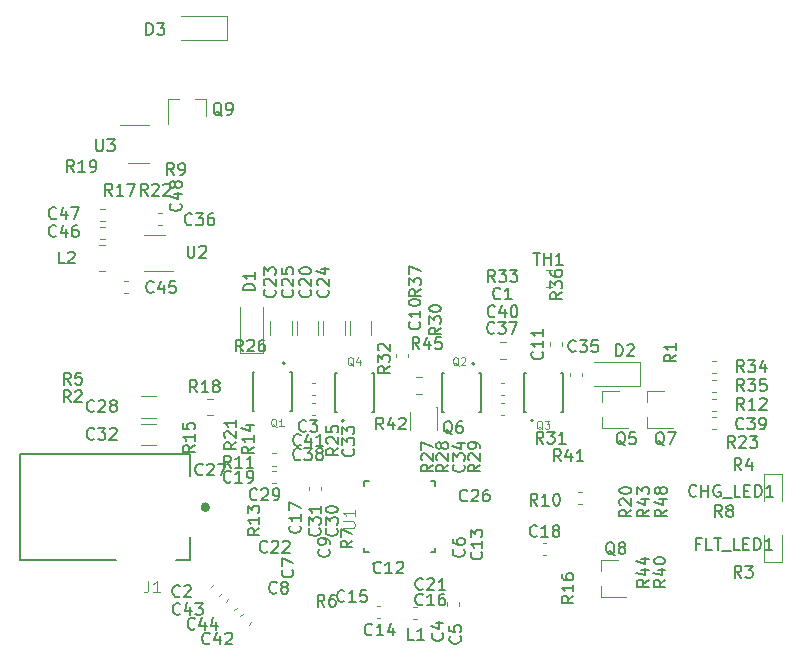
<source format=gbr>
%TF.GenerationSoftware,KiCad,Pcbnew,(5.1.6)-1*%
%TF.CreationDate,2020-09-22T17:38:13-04:00*%
%TF.ProjectId,wireless_charger,77697265-6c65-4737-935f-636861726765,rev?*%
%TF.SameCoordinates,Original*%
%TF.FileFunction,Legend,Top*%
%TF.FilePolarity,Positive*%
%FSLAX46Y46*%
G04 Gerber Fmt 4.6, Leading zero omitted, Abs format (unit mm)*
G04 Created by KiCad (PCBNEW (5.1.6)-1) date 2020-09-22 17:38:13*
%MOMM*%
%LPD*%
G01*
G04 APERTURE LIST*
%ADD10C,0.120000*%
%ADD11C,0.127000*%
%ADD12C,0.200000*%
%ADD13C,0.400000*%
%ADD14C,0.150000*%
%ADD15C,0.015000*%
G04 APERTURE END LIST*
D10*
%TO.C,TH1*%
X148553922Y-78210000D02*
X149071078Y-78210000D01*
X148553922Y-76790000D02*
X149071078Y-76790000D01*
%TO.C,U3*%
X115000000Y-64440000D02*
X112550000Y-64440000D01*
X113200000Y-67660000D02*
X115000000Y-67660000D01*
%TO.C,Q9*%
X119780000Y-62240000D02*
X119780000Y-63700000D01*
X116620000Y-62240000D02*
X116620000Y-64400000D01*
X116620000Y-62240000D02*
X117550000Y-62240000D01*
X119780000Y-62240000D02*
X118850000Y-62240000D01*
%TO.C,D3*%
X121600000Y-57250000D02*
X117700000Y-57250000D01*
X121600000Y-55250000D02*
X117700000Y-55250000D01*
X121600000Y-57250000D02*
X121600000Y-55250000D01*
D11*
%TO.C,Q4*%
X134000000Y-88750000D02*
X133848500Y-88750000D01*
X134000000Y-85450000D02*
X133848500Y-85450000D01*
X130700000Y-85450000D02*
X130851500Y-85450000D01*
X130700000Y-88750000D02*
X130851500Y-88750000D01*
X134000000Y-88750000D02*
X134000000Y-85450000D01*
X130700000Y-85450000D02*
X130700000Y-88750000D01*
D12*
X131475000Y-89500000D02*
G75*
G03*
X131475000Y-89500000I-100000J0D01*
G01*
D11*
%TO.C,Q3*%
X150050000Y-88750000D02*
X149898500Y-88750000D01*
X150050000Y-85450000D02*
X149898500Y-85450000D01*
X146750000Y-85450000D02*
X146901500Y-85450000D01*
X146750000Y-88750000D02*
X146901500Y-88750000D01*
X150050000Y-88750000D02*
X150050000Y-85450000D01*
X146750000Y-85450000D02*
X146750000Y-88750000D01*
D12*
X147525000Y-89500000D02*
G75*
G03*
X147525000Y-89500000I-100000J0D01*
G01*
D11*
%TO.C,Q2*%
X139800000Y-85450000D02*
X139951500Y-85450000D01*
X139800000Y-88750000D02*
X139951500Y-88750000D01*
X143100000Y-88750000D02*
X142948500Y-88750000D01*
X143100000Y-85450000D02*
X142948500Y-85450000D01*
X139800000Y-85450000D02*
X139800000Y-88750000D01*
X143100000Y-88750000D02*
X143100000Y-85450000D01*
D12*
X142525000Y-84700000D02*
G75*
G03*
X142525000Y-84700000I-100000J0D01*
G01*
D11*
%TO.C,Q1*%
X123750000Y-85400000D02*
X123901500Y-85400000D01*
X123750000Y-88700000D02*
X123901500Y-88700000D01*
X127050000Y-88700000D02*
X126898500Y-88700000D01*
X127050000Y-85400000D02*
X126898500Y-85400000D01*
X123750000Y-85400000D02*
X123750000Y-88700000D01*
X127050000Y-88700000D02*
X127050000Y-85400000D01*
D12*
X126475000Y-84650000D02*
G75*
G03*
X126475000Y-84650000I-100000J0D01*
G01*
%TO.C,U1*%
X134100000Y-101610000D02*
G75*
G03*
X134100000Y-101610000I-100000J0D01*
G01*
D11*
X139200000Y-94650000D02*
X139200000Y-95020000D01*
X133200000Y-94650000D02*
X133200000Y-95020000D01*
X139200000Y-100650000D02*
X139200000Y-100280000D01*
X133200000Y-100650000D02*
X133200000Y-100280000D01*
X139200000Y-94650000D02*
X138830000Y-94650000D01*
X133200000Y-94650000D02*
X133570000Y-94650000D01*
X139200000Y-100650000D02*
X138830000Y-100650000D01*
X133200000Y-100650000D02*
X133570000Y-100650000D01*
D10*
%TO.C,R33*%
X145171078Y-82840000D02*
X144653922Y-82840000D01*
X145171078Y-84260000D02*
X144653922Y-84260000D01*
%TO.C,C5*%
X140240000Y-104849721D02*
X140240000Y-105175279D01*
X141260000Y-104849721D02*
X141260000Y-105175279D01*
%TO.C,C10*%
X136910000Y-83837221D02*
X136910000Y-84162779D01*
X135890000Y-83837221D02*
X135890000Y-84162779D01*
%TO.C,C11*%
X149910000Y-82887221D02*
X149910000Y-83212779D01*
X148890000Y-82887221D02*
X148890000Y-83212779D01*
%TO.C,C14*%
X134575279Y-106210000D02*
X134249721Y-106210000D01*
X134575279Y-105190000D02*
X134249721Y-105190000D01*
%TO.C,C18*%
X148625279Y-100910000D02*
X148299721Y-100910000D01*
X148625279Y-99890000D02*
X148299721Y-99890000D01*
%TO.C,C19*%
X125712779Y-94810000D02*
X125387221Y-94810000D01*
X125712779Y-93790000D02*
X125387221Y-93790000D01*
%TO.C,C20*%
X131560000Y-82252064D02*
X131560000Y-81047936D01*
X129740000Y-82252064D02*
X129740000Y-81047936D01*
%TO.C,C23*%
X125240000Y-82252064D02*
X125240000Y-81047936D01*
X127060000Y-82252064D02*
X127060000Y-81047936D01*
%TO.C,C24*%
X133810000Y-82252064D02*
X133810000Y-81047936D01*
X131990000Y-82252064D02*
X131990000Y-81047936D01*
%TO.C,C25*%
X127490000Y-82252064D02*
X127490000Y-81047936D01*
X129310000Y-82252064D02*
X129310000Y-81047936D01*
%TO.C,C28*%
X114327936Y-87460000D02*
X115532064Y-87460000D01*
X114327936Y-89280000D02*
X115532064Y-89280000D01*
%TO.C,C31*%
X129560000Y-95099721D02*
X129560000Y-95425279D01*
X128540000Y-95099721D02*
X128540000Y-95425279D01*
%TO.C,C32*%
X114327936Y-91580000D02*
X115532064Y-91580000D01*
X114327936Y-89760000D02*
X115532064Y-89760000D01*
%TO.C,C35*%
X151660000Y-85762779D02*
X151660000Y-85437221D01*
X150640000Y-85762779D02*
X150640000Y-85437221D01*
%TO.C,C37*%
X145062779Y-89060000D02*
X144737221Y-89060000D01*
X145062779Y-88040000D02*
X144737221Y-88040000D01*
%TO.C,C38*%
X129062779Y-88040000D02*
X128737221Y-88040000D01*
X129062779Y-89060000D02*
X128737221Y-89060000D01*
%TO.C,C39*%
X162962779Y-89240000D02*
X162637221Y-89240000D01*
X162962779Y-90260000D02*
X162637221Y-90260000D01*
%TO.C,C40*%
X145062779Y-86290000D02*
X144737221Y-86290000D01*
X145062779Y-87310000D02*
X144737221Y-87310000D01*
%TO.C,C41*%
X129062779Y-87310000D02*
X128737221Y-87310000D01*
X129062779Y-86290000D02*
X128737221Y-86290000D01*
%TO.C,C42*%
X122925829Y-105858769D02*
X122695624Y-106088974D01*
X123647078Y-106580018D02*
X123416873Y-106810223D01*
%TO.C,C43*%
X120450955Y-103383895D02*
X120220750Y-103614100D01*
X121172204Y-104105144D02*
X120941999Y-104335349D01*
%TO.C,C44*%
X121688392Y-104621332D02*
X121458187Y-104851537D01*
X122409641Y-105342581D02*
X122179436Y-105572786D01*
%TO.C,D1*%
X122650000Y-83800000D02*
X122650000Y-79900000D01*
X124650000Y-83800000D02*
X124650000Y-79900000D01*
X122650000Y-83800000D02*
X124650000Y-83800000D01*
%TO.C,D2*%
X156550000Y-86550000D02*
X156550000Y-84550000D01*
X156550000Y-84550000D02*
X152650000Y-84550000D01*
X156550000Y-86550000D02*
X152650000Y-86550000D01*
D13*
%TO.C,J1*%
X119940000Y-96840000D02*
G75*
G03*
X119940000Y-96840000I-200000J0D01*
G01*
D11*
X118440000Y-99390000D02*
X118440000Y-101340000D01*
X112190000Y-101340000D02*
X104040000Y-101340000D01*
X118440000Y-92340000D02*
X118440000Y-94190000D01*
X118440000Y-101340000D02*
X117290000Y-101340000D01*
X104040000Y-92340000D02*
X118440000Y-92340000D01*
X104040000Y-101340000D02*
X104040000Y-92340000D01*
D10*
%TO.C,L1*%
X137650279Y-105290000D02*
X137324721Y-105290000D01*
X137650279Y-106310000D02*
X137324721Y-106310000D01*
%TO.C,FLT_LED1*%
X168535000Y-101447500D02*
X168535000Y-99162500D01*
X167065000Y-101447500D02*
X168535000Y-101447500D01*
X167065000Y-99162500D02*
X167065000Y-101447500D01*
%TO.C,CHG_LED1*%
X168535000Y-96300000D02*
X168535000Y-94015000D01*
X168535000Y-94015000D02*
X167065000Y-94015000D01*
X167065000Y-94015000D02*
X167065000Y-96300000D01*
%TO.C,Q5*%
X153340000Y-86970000D02*
X154800000Y-86970000D01*
X153340000Y-90130000D02*
X155500000Y-90130000D01*
X153340000Y-90130000D02*
X153340000Y-89200000D01*
X153340000Y-86970000D02*
X153340000Y-87900000D01*
%TO.C,Q6*%
X139400000Y-88350000D02*
X139400000Y-90300000D01*
X137100000Y-90300000D02*
X137100000Y-88800000D01*
X139400000Y-88350000D02*
X139300000Y-88350000D01*
%TO.C,Q7*%
X157140000Y-86970000D02*
X157140000Y-87900000D01*
X157140000Y-90130000D02*
X157140000Y-89200000D01*
X157140000Y-90130000D02*
X159300000Y-90130000D01*
X157140000Y-86970000D02*
X158600000Y-86970000D01*
%TO.C,Q8*%
X153240000Y-101270000D02*
X154700000Y-101270000D01*
X153240000Y-104430000D02*
X155400000Y-104430000D01*
X153240000Y-104430000D02*
X153240000Y-103500000D01*
X153240000Y-101270000D02*
X153240000Y-102200000D01*
%TO.C,R10*%
X151662779Y-95590000D02*
X151337221Y-95590000D01*
X151662779Y-96610000D02*
X151337221Y-96610000D01*
%TO.C,R11*%
X125387221Y-93310000D02*
X125712779Y-93310000D01*
X125387221Y-92290000D02*
X125712779Y-92290000D01*
%TO.C,R12*%
X162637221Y-87640000D02*
X162962779Y-87640000D01*
X162637221Y-88660000D02*
X162962779Y-88660000D01*
%TO.C,R18*%
X120396078Y-87640000D02*
X119878922Y-87640000D01*
X120396078Y-89060000D02*
X119878922Y-89060000D01*
%TO.C,R34*%
X162637221Y-85460000D02*
X162962779Y-85460000D01*
X162637221Y-84440000D02*
X162962779Y-84440000D01*
%TO.C,R35*%
X162637221Y-86040000D02*
X162962779Y-86040000D01*
X162637221Y-87060000D02*
X162962779Y-87060000D01*
%TO.C,R45*%
X138108578Y-87260000D02*
X137591422Y-87260000D01*
X138108578Y-85840000D02*
X137591422Y-85840000D01*
%TO.C,C36*%
X115768733Y-72930000D02*
X116111267Y-72930000D01*
X115768733Y-71910000D02*
X116111267Y-71910000D01*
%TO.C,C45*%
X112843733Y-77710000D02*
X113186267Y-77710000D01*
X112843733Y-78730000D02*
X113186267Y-78730000D01*
%TO.C,C46*%
X111211267Y-73110000D02*
X110868733Y-73110000D01*
X111211267Y-74130000D02*
X110868733Y-74130000D01*
%TO.C,C47*%
X111211267Y-72630000D02*
X110868733Y-72630000D01*
X111211267Y-71610000D02*
X110868733Y-71610000D01*
%TO.C,L2*%
X111261252Y-76830000D02*
X110738748Y-76830000D01*
X111261252Y-74610000D02*
X110738748Y-74610000D01*
%TO.C,U2*%
X116330000Y-73760000D02*
X114570000Y-73760000D01*
X114570000Y-76830000D02*
X117000000Y-76830000D01*
%TO.C,TH1*%
D14*
X147526785Y-75302380D02*
X148098214Y-75302380D01*
X147812500Y-76302380D02*
X147812500Y-75302380D01*
X148431547Y-76302380D02*
X148431547Y-75302380D01*
X148431547Y-75778571D02*
X149002976Y-75778571D01*
X149002976Y-76302380D02*
X149002976Y-75302380D01*
X150002976Y-76302380D02*
X149431547Y-76302380D01*
X149717261Y-76302380D02*
X149717261Y-75302380D01*
X149622023Y-75445238D01*
X149526785Y-75540476D01*
X149431547Y-75588095D01*
%TO.C,U3*%
X110488095Y-65702380D02*
X110488095Y-66511904D01*
X110535714Y-66607142D01*
X110583333Y-66654761D01*
X110678571Y-66702380D01*
X110869047Y-66702380D01*
X110964285Y-66654761D01*
X111011904Y-66607142D01*
X111059523Y-66511904D01*
X111059523Y-65702380D01*
X111440476Y-65702380D02*
X112059523Y-65702380D01*
X111726190Y-66083333D01*
X111869047Y-66083333D01*
X111964285Y-66130952D01*
X112011904Y-66178571D01*
X112059523Y-66273809D01*
X112059523Y-66511904D01*
X112011904Y-66607142D01*
X111964285Y-66654761D01*
X111869047Y-66702380D01*
X111583333Y-66702380D01*
X111488095Y-66654761D01*
X111440476Y-66607142D01*
%TO.C,R9*%
X117083333Y-68702380D02*
X116750000Y-68226190D01*
X116511904Y-68702380D02*
X116511904Y-67702380D01*
X116892857Y-67702380D01*
X116988095Y-67750000D01*
X117035714Y-67797619D01*
X117083333Y-67892857D01*
X117083333Y-68035714D01*
X117035714Y-68130952D01*
X116988095Y-68178571D01*
X116892857Y-68226190D01*
X116511904Y-68226190D01*
X117559523Y-68702380D02*
X117750000Y-68702380D01*
X117845238Y-68654761D01*
X117892857Y-68607142D01*
X117988095Y-68464285D01*
X118035714Y-68273809D01*
X118035714Y-67892857D01*
X117988095Y-67797619D01*
X117940476Y-67750000D01*
X117845238Y-67702380D01*
X117654761Y-67702380D01*
X117559523Y-67750000D01*
X117511904Y-67797619D01*
X117464285Y-67892857D01*
X117464285Y-68130952D01*
X117511904Y-68226190D01*
X117559523Y-68273809D01*
X117654761Y-68321428D01*
X117845238Y-68321428D01*
X117940476Y-68273809D01*
X117988095Y-68226190D01*
X118035714Y-68130952D01*
%TO.C,Q9*%
X121154761Y-63697619D02*
X121059523Y-63650000D01*
X120964285Y-63554761D01*
X120821428Y-63411904D01*
X120726190Y-63364285D01*
X120630952Y-63364285D01*
X120678571Y-63602380D02*
X120583333Y-63554761D01*
X120488095Y-63459523D01*
X120440476Y-63269047D01*
X120440476Y-62935714D01*
X120488095Y-62745238D01*
X120583333Y-62650000D01*
X120678571Y-62602380D01*
X120869047Y-62602380D01*
X120964285Y-62650000D01*
X121059523Y-62745238D01*
X121107142Y-62935714D01*
X121107142Y-63269047D01*
X121059523Y-63459523D01*
X120964285Y-63554761D01*
X120869047Y-63602380D01*
X120678571Y-63602380D01*
X121583333Y-63602380D02*
X121773809Y-63602380D01*
X121869047Y-63554761D01*
X121916666Y-63507142D01*
X122011904Y-63364285D01*
X122059523Y-63173809D01*
X122059523Y-62792857D01*
X122011904Y-62697619D01*
X121964285Y-62650000D01*
X121869047Y-62602380D01*
X121678571Y-62602380D01*
X121583333Y-62650000D01*
X121535714Y-62697619D01*
X121488095Y-62792857D01*
X121488095Y-63030952D01*
X121535714Y-63126190D01*
X121583333Y-63173809D01*
X121678571Y-63221428D01*
X121869047Y-63221428D01*
X121964285Y-63173809D01*
X122011904Y-63126190D01*
X122059523Y-63030952D01*
%TO.C,D3*%
X114761904Y-56852380D02*
X114761904Y-55852380D01*
X115000000Y-55852380D01*
X115142857Y-55900000D01*
X115238095Y-55995238D01*
X115285714Y-56090476D01*
X115333333Y-56280952D01*
X115333333Y-56423809D01*
X115285714Y-56614285D01*
X115238095Y-56709523D01*
X115142857Y-56804761D01*
X115000000Y-56852380D01*
X114761904Y-56852380D01*
X115666666Y-55852380D02*
X116285714Y-55852380D01*
X115952380Y-56233333D01*
X116095238Y-56233333D01*
X116190476Y-56280952D01*
X116238095Y-56328571D01*
X116285714Y-56423809D01*
X116285714Y-56661904D01*
X116238095Y-56757142D01*
X116190476Y-56804761D01*
X116095238Y-56852380D01*
X115809523Y-56852380D01*
X115714285Y-56804761D01*
X115666666Y-56757142D01*
%TO.C,R5*%
X108333333Y-86452380D02*
X108000000Y-85976190D01*
X107761904Y-86452380D02*
X107761904Y-85452380D01*
X108142857Y-85452380D01*
X108238095Y-85500000D01*
X108285714Y-85547619D01*
X108333333Y-85642857D01*
X108333333Y-85785714D01*
X108285714Y-85880952D01*
X108238095Y-85928571D01*
X108142857Y-85976190D01*
X107761904Y-85976190D01*
X109238095Y-85452380D02*
X108761904Y-85452380D01*
X108714285Y-85928571D01*
X108761904Y-85880952D01*
X108857142Y-85833333D01*
X109095238Y-85833333D01*
X109190476Y-85880952D01*
X109238095Y-85928571D01*
X109285714Y-86023809D01*
X109285714Y-86261904D01*
X109238095Y-86357142D01*
X109190476Y-86404761D01*
X109095238Y-86452380D01*
X108857142Y-86452380D01*
X108761904Y-86404761D01*
X108714285Y-86357142D01*
%TO.C,R2*%
X108333333Y-87952380D02*
X108000000Y-87476190D01*
X107761904Y-87952380D02*
X107761904Y-86952380D01*
X108142857Y-86952380D01*
X108238095Y-87000000D01*
X108285714Y-87047619D01*
X108333333Y-87142857D01*
X108333333Y-87285714D01*
X108285714Y-87380952D01*
X108238095Y-87428571D01*
X108142857Y-87476190D01*
X107761904Y-87476190D01*
X108714285Y-87047619D02*
X108761904Y-87000000D01*
X108857142Y-86952380D01*
X109095238Y-86952380D01*
X109190476Y-87000000D01*
X109238095Y-87047619D01*
X109285714Y-87142857D01*
X109285714Y-87238095D01*
X109238095Y-87380952D01*
X108666666Y-87952380D01*
X109285714Y-87952380D01*
%TO.C,Q4*%
D15*
X132289047Y-84850476D02*
X132228095Y-84820000D01*
X132167142Y-84759047D01*
X132075714Y-84667619D01*
X132014761Y-84637142D01*
X131953809Y-84637142D01*
X131984285Y-84789523D02*
X131923333Y-84759047D01*
X131862380Y-84698095D01*
X131831904Y-84576190D01*
X131831904Y-84362857D01*
X131862380Y-84240952D01*
X131923333Y-84180000D01*
X131984285Y-84149523D01*
X132106190Y-84149523D01*
X132167142Y-84180000D01*
X132228095Y-84240952D01*
X132258571Y-84362857D01*
X132258571Y-84576190D01*
X132228095Y-84698095D01*
X132167142Y-84759047D01*
X132106190Y-84789523D01*
X131984285Y-84789523D01*
X132807142Y-84362857D02*
X132807142Y-84789523D01*
X132654761Y-84119047D02*
X132502380Y-84576190D01*
X132898571Y-84576190D01*
%TO.C,Q3*%
X148289047Y-90250476D02*
X148228095Y-90220000D01*
X148167142Y-90159047D01*
X148075714Y-90067619D01*
X148014761Y-90037142D01*
X147953809Y-90037142D01*
X147984285Y-90189523D02*
X147923333Y-90159047D01*
X147862380Y-90098095D01*
X147831904Y-89976190D01*
X147831904Y-89762857D01*
X147862380Y-89640952D01*
X147923333Y-89580000D01*
X147984285Y-89549523D01*
X148106190Y-89549523D01*
X148167142Y-89580000D01*
X148228095Y-89640952D01*
X148258571Y-89762857D01*
X148258571Y-89976190D01*
X148228095Y-90098095D01*
X148167142Y-90159047D01*
X148106190Y-90189523D01*
X147984285Y-90189523D01*
X148471904Y-89549523D02*
X148868095Y-89549523D01*
X148654761Y-89793333D01*
X148746190Y-89793333D01*
X148807142Y-89823809D01*
X148837619Y-89854285D01*
X148868095Y-89915238D01*
X148868095Y-90067619D01*
X148837619Y-90128571D01*
X148807142Y-90159047D01*
X148746190Y-90189523D01*
X148563333Y-90189523D01*
X148502380Y-90159047D01*
X148471904Y-90128571D01*
%TO.C,Q2*%
X141189047Y-84850476D02*
X141128095Y-84820000D01*
X141067142Y-84759047D01*
X140975714Y-84667619D01*
X140914761Y-84637142D01*
X140853809Y-84637142D01*
X140884285Y-84789523D02*
X140823333Y-84759047D01*
X140762380Y-84698095D01*
X140731904Y-84576190D01*
X140731904Y-84362857D01*
X140762380Y-84240952D01*
X140823333Y-84180000D01*
X140884285Y-84149523D01*
X141006190Y-84149523D01*
X141067142Y-84180000D01*
X141128095Y-84240952D01*
X141158571Y-84362857D01*
X141158571Y-84576190D01*
X141128095Y-84698095D01*
X141067142Y-84759047D01*
X141006190Y-84789523D01*
X140884285Y-84789523D01*
X141402380Y-84210476D02*
X141432857Y-84180000D01*
X141493809Y-84149523D01*
X141646190Y-84149523D01*
X141707142Y-84180000D01*
X141737619Y-84210476D01*
X141768095Y-84271428D01*
X141768095Y-84332380D01*
X141737619Y-84423809D01*
X141371904Y-84789523D01*
X141768095Y-84789523D01*
%TO.C,Q1*%
X125789047Y-90050476D02*
X125728095Y-90020000D01*
X125667142Y-89959047D01*
X125575714Y-89867619D01*
X125514761Y-89837142D01*
X125453809Y-89837142D01*
X125484285Y-89989523D02*
X125423333Y-89959047D01*
X125362380Y-89898095D01*
X125331904Y-89776190D01*
X125331904Y-89562857D01*
X125362380Y-89440952D01*
X125423333Y-89380000D01*
X125484285Y-89349523D01*
X125606190Y-89349523D01*
X125667142Y-89380000D01*
X125728095Y-89440952D01*
X125758571Y-89562857D01*
X125758571Y-89776190D01*
X125728095Y-89898095D01*
X125667142Y-89959047D01*
X125606190Y-89989523D01*
X125484285Y-89989523D01*
X126368095Y-89989523D02*
X126002380Y-89989523D01*
X126185238Y-89989523D02*
X126185238Y-89349523D01*
X126124285Y-89440952D01*
X126063333Y-89501904D01*
X126002380Y-89532380D01*
%TO.C,C34*%
D14*
X141607142Y-93242857D02*
X141654761Y-93290476D01*
X141702380Y-93433333D01*
X141702380Y-93528571D01*
X141654761Y-93671428D01*
X141559523Y-93766666D01*
X141464285Y-93814285D01*
X141273809Y-93861904D01*
X141130952Y-93861904D01*
X140940476Y-93814285D01*
X140845238Y-93766666D01*
X140750000Y-93671428D01*
X140702380Y-93528571D01*
X140702380Y-93433333D01*
X140750000Y-93290476D01*
X140797619Y-93242857D01*
X140702380Y-92909523D02*
X140702380Y-92290476D01*
X141083333Y-92623809D01*
X141083333Y-92480952D01*
X141130952Y-92385714D01*
X141178571Y-92338095D01*
X141273809Y-92290476D01*
X141511904Y-92290476D01*
X141607142Y-92338095D01*
X141654761Y-92385714D01*
X141702380Y-92480952D01*
X141702380Y-92766666D01*
X141654761Y-92861904D01*
X141607142Y-92909523D01*
X141035714Y-91433333D02*
X141702380Y-91433333D01*
X140654761Y-91671428D02*
X141369047Y-91909523D01*
X141369047Y-91290476D01*
%TO.C,C6*%
X141607142Y-100416666D02*
X141654761Y-100464285D01*
X141702380Y-100607142D01*
X141702380Y-100702380D01*
X141654761Y-100845238D01*
X141559523Y-100940476D01*
X141464285Y-100988095D01*
X141273809Y-101035714D01*
X141130952Y-101035714D01*
X140940476Y-100988095D01*
X140845238Y-100940476D01*
X140750000Y-100845238D01*
X140702380Y-100702380D01*
X140702380Y-100607142D01*
X140750000Y-100464285D01*
X140797619Y-100416666D01*
X140702380Y-99559523D02*
X140702380Y-99750000D01*
X140750000Y-99845238D01*
X140797619Y-99892857D01*
X140940476Y-99988095D01*
X141130952Y-100035714D01*
X141511904Y-100035714D01*
X141607142Y-99988095D01*
X141654761Y-99940476D01*
X141702380Y-99845238D01*
X141702380Y-99654761D01*
X141654761Y-99559523D01*
X141607142Y-99511904D01*
X141511904Y-99464285D01*
X141273809Y-99464285D01*
X141178571Y-99511904D01*
X141130952Y-99559523D01*
X141083333Y-99654761D01*
X141083333Y-99845238D01*
X141130952Y-99940476D01*
X141178571Y-99988095D01*
X141273809Y-100035714D01*
%TO.C,C7*%
X127107142Y-102166666D02*
X127154761Y-102214285D01*
X127202380Y-102357142D01*
X127202380Y-102452380D01*
X127154761Y-102595238D01*
X127059523Y-102690476D01*
X126964285Y-102738095D01*
X126773809Y-102785714D01*
X126630952Y-102785714D01*
X126440476Y-102738095D01*
X126345238Y-102690476D01*
X126250000Y-102595238D01*
X126202380Y-102452380D01*
X126202380Y-102357142D01*
X126250000Y-102214285D01*
X126297619Y-102166666D01*
X126202380Y-101833333D02*
X126202380Y-101166666D01*
X127202380Y-101595238D01*
%TO.C,U1*%
D15*
X131402380Y-98611904D02*
X132211904Y-98611904D01*
X132307142Y-98564285D01*
X132354761Y-98516666D01*
X132402380Y-98421428D01*
X132402380Y-98230952D01*
X132354761Y-98135714D01*
X132307142Y-98088095D01*
X132211904Y-98040476D01*
X131402380Y-98040476D01*
X132402380Y-97040476D02*
X132402380Y-97611904D01*
X132402380Y-97326190D02*
X131402380Y-97326190D01*
X131545238Y-97421428D01*
X131640476Y-97516666D01*
X131688095Y-97611904D01*
%TO.C,C29*%
D14*
X124107142Y-96157142D02*
X124059523Y-96204761D01*
X123916666Y-96252380D01*
X123821428Y-96252380D01*
X123678571Y-96204761D01*
X123583333Y-96109523D01*
X123535714Y-96014285D01*
X123488095Y-95823809D01*
X123488095Y-95680952D01*
X123535714Y-95490476D01*
X123583333Y-95395238D01*
X123678571Y-95300000D01*
X123821428Y-95252380D01*
X123916666Y-95252380D01*
X124059523Y-95300000D01*
X124107142Y-95347619D01*
X124488095Y-95347619D02*
X124535714Y-95300000D01*
X124630952Y-95252380D01*
X124869047Y-95252380D01*
X124964285Y-95300000D01*
X125011904Y-95347619D01*
X125059523Y-95442857D01*
X125059523Y-95538095D01*
X125011904Y-95680952D01*
X124440476Y-96252380D01*
X125059523Y-96252380D01*
X125535714Y-96252380D02*
X125726190Y-96252380D01*
X125821428Y-96204761D01*
X125869047Y-96157142D01*
X125964285Y-96014285D01*
X126011904Y-95823809D01*
X126011904Y-95442857D01*
X125964285Y-95347619D01*
X125916666Y-95300000D01*
X125821428Y-95252380D01*
X125630952Y-95252380D01*
X125535714Y-95300000D01*
X125488095Y-95347619D01*
X125440476Y-95442857D01*
X125440476Y-95680952D01*
X125488095Y-95776190D01*
X125535714Y-95823809D01*
X125630952Y-95871428D01*
X125821428Y-95871428D01*
X125916666Y-95823809D01*
X125964285Y-95776190D01*
X126011904Y-95680952D01*
%TO.C,R33*%
X144257142Y-77752380D02*
X143923809Y-77276190D01*
X143685714Y-77752380D02*
X143685714Y-76752380D01*
X144066666Y-76752380D01*
X144161904Y-76800000D01*
X144209523Y-76847619D01*
X144257142Y-76942857D01*
X144257142Y-77085714D01*
X144209523Y-77180952D01*
X144161904Y-77228571D01*
X144066666Y-77276190D01*
X143685714Y-77276190D01*
X144590476Y-76752380D02*
X145209523Y-76752380D01*
X144876190Y-77133333D01*
X145019047Y-77133333D01*
X145114285Y-77180952D01*
X145161904Y-77228571D01*
X145209523Y-77323809D01*
X145209523Y-77561904D01*
X145161904Y-77657142D01*
X145114285Y-77704761D01*
X145019047Y-77752380D01*
X144733333Y-77752380D01*
X144638095Y-77704761D01*
X144590476Y-77657142D01*
X145542857Y-76752380D02*
X146161904Y-76752380D01*
X145828571Y-77133333D01*
X145971428Y-77133333D01*
X146066666Y-77180952D01*
X146114285Y-77228571D01*
X146161904Y-77323809D01*
X146161904Y-77561904D01*
X146114285Y-77657142D01*
X146066666Y-77704761D01*
X145971428Y-77752380D01*
X145685714Y-77752380D01*
X145590476Y-77704761D01*
X145542857Y-77657142D01*
%TO.C,C1*%
X144733333Y-79157142D02*
X144685714Y-79204761D01*
X144542857Y-79252380D01*
X144447619Y-79252380D01*
X144304761Y-79204761D01*
X144209523Y-79109523D01*
X144161904Y-79014285D01*
X144114285Y-78823809D01*
X144114285Y-78680952D01*
X144161904Y-78490476D01*
X144209523Y-78395238D01*
X144304761Y-78300000D01*
X144447619Y-78252380D01*
X144542857Y-78252380D01*
X144685714Y-78300000D01*
X144733333Y-78347619D01*
X145685714Y-79252380D02*
X145114285Y-79252380D01*
X145400000Y-79252380D02*
X145400000Y-78252380D01*
X145304761Y-78395238D01*
X145209523Y-78490476D01*
X145114285Y-78538095D01*
%TO.C,C2*%
X117583333Y-104357142D02*
X117535714Y-104404761D01*
X117392857Y-104452380D01*
X117297619Y-104452380D01*
X117154761Y-104404761D01*
X117059523Y-104309523D01*
X117011904Y-104214285D01*
X116964285Y-104023809D01*
X116964285Y-103880952D01*
X117011904Y-103690476D01*
X117059523Y-103595238D01*
X117154761Y-103500000D01*
X117297619Y-103452380D01*
X117392857Y-103452380D01*
X117535714Y-103500000D01*
X117583333Y-103547619D01*
X117964285Y-103547619D02*
X118011904Y-103500000D01*
X118107142Y-103452380D01*
X118345238Y-103452380D01*
X118440476Y-103500000D01*
X118488095Y-103547619D01*
X118535714Y-103642857D01*
X118535714Y-103738095D01*
X118488095Y-103880952D01*
X117916666Y-104452380D01*
X118535714Y-104452380D01*
%TO.C,C3*%
X128283333Y-90357142D02*
X128235714Y-90404761D01*
X128092857Y-90452380D01*
X127997619Y-90452380D01*
X127854761Y-90404761D01*
X127759523Y-90309523D01*
X127711904Y-90214285D01*
X127664285Y-90023809D01*
X127664285Y-89880952D01*
X127711904Y-89690476D01*
X127759523Y-89595238D01*
X127854761Y-89500000D01*
X127997619Y-89452380D01*
X128092857Y-89452380D01*
X128235714Y-89500000D01*
X128283333Y-89547619D01*
X128616666Y-89452380D02*
X129235714Y-89452380D01*
X128902380Y-89833333D01*
X129045238Y-89833333D01*
X129140476Y-89880952D01*
X129188095Y-89928571D01*
X129235714Y-90023809D01*
X129235714Y-90261904D01*
X129188095Y-90357142D01*
X129140476Y-90404761D01*
X129045238Y-90452380D01*
X128759523Y-90452380D01*
X128664285Y-90404761D01*
X128616666Y-90357142D01*
%TO.C,C4*%
X139807142Y-107516666D02*
X139854761Y-107564285D01*
X139902380Y-107707142D01*
X139902380Y-107802380D01*
X139854761Y-107945238D01*
X139759523Y-108040476D01*
X139664285Y-108088095D01*
X139473809Y-108135714D01*
X139330952Y-108135714D01*
X139140476Y-108088095D01*
X139045238Y-108040476D01*
X138950000Y-107945238D01*
X138902380Y-107802380D01*
X138902380Y-107707142D01*
X138950000Y-107564285D01*
X138997619Y-107516666D01*
X139235714Y-106659523D02*
X139902380Y-106659523D01*
X138854761Y-106897619D02*
X139569047Y-107135714D01*
X139569047Y-106516666D01*
%TO.C,C5*%
X141307142Y-107766666D02*
X141354761Y-107814285D01*
X141402380Y-107957142D01*
X141402380Y-108052380D01*
X141354761Y-108195238D01*
X141259523Y-108290476D01*
X141164285Y-108338095D01*
X140973809Y-108385714D01*
X140830952Y-108385714D01*
X140640476Y-108338095D01*
X140545238Y-108290476D01*
X140450000Y-108195238D01*
X140402380Y-108052380D01*
X140402380Y-107957142D01*
X140450000Y-107814285D01*
X140497619Y-107766666D01*
X140402380Y-106861904D02*
X140402380Y-107338095D01*
X140878571Y-107385714D01*
X140830952Y-107338095D01*
X140783333Y-107242857D01*
X140783333Y-107004761D01*
X140830952Y-106909523D01*
X140878571Y-106861904D01*
X140973809Y-106814285D01*
X141211904Y-106814285D01*
X141307142Y-106861904D01*
X141354761Y-106909523D01*
X141402380Y-107004761D01*
X141402380Y-107242857D01*
X141354761Y-107338095D01*
X141307142Y-107385714D01*
%TO.C,C8*%
X125783333Y-104057142D02*
X125735714Y-104104761D01*
X125592857Y-104152380D01*
X125497619Y-104152380D01*
X125354761Y-104104761D01*
X125259523Y-104009523D01*
X125211904Y-103914285D01*
X125164285Y-103723809D01*
X125164285Y-103580952D01*
X125211904Y-103390476D01*
X125259523Y-103295238D01*
X125354761Y-103200000D01*
X125497619Y-103152380D01*
X125592857Y-103152380D01*
X125735714Y-103200000D01*
X125783333Y-103247619D01*
X126354761Y-103580952D02*
X126259523Y-103533333D01*
X126211904Y-103485714D01*
X126164285Y-103390476D01*
X126164285Y-103342857D01*
X126211904Y-103247619D01*
X126259523Y-103200000D01*
X126354761Y-103152380D01*
X126545238Y-103152380D01*
X126640476Y-103200000D01*
X126688095Y-103247619D01*
X126735714Y-103342857D01*
X126735714Y-103390476D01*
X126688095Y-103485714D01*
X126640476Y-103533333D01*
X126545238Y-103580952D01*
X126354761Y-103580952D01*
X126259523Y-103628571D01*
X126211904Y-103676190D01*
X126164285Y-103771428D01*
X126164285Y-103961904D01*
X126211904Y-104057142D01*
X126259523Y-104104761D01*
X126354761Y-104152380D01*
X126545238Y-104152380D01*
X126640476Y-104104761D01*
X126688095Y-104057142D01*
X126735714Y-103961904D01*
X126735714Y-103771428D01*
X126688095Y-103676190D01*
X126640476Y-103628571D01*
X126545238Y-103580952D01*
%TO.C,C9*%
X130207142Y-100416666D02*
X130254761Y-100464285D01*
X130302380Y-100607142D01*
X130302380Y-100702380D01*
X130254761Y-100845238D01*
X130159523Y-100940476D01*
X130064285Y-100988095D01*
X129873809Y-101035714D01*
X129730952Y-101035714D01*
X129540476Y-100988095D01*
X129445238Y-100940476D01*
X129350000Y-100845238D01*
X129302380Y-100702380D01*
X129302380Y-100607142D01*
X129350000Y-100464285D01*
X129397619Y-100416666D01*
X130302380Y-99940476D02*
X130302380Y-99750000D01*
X130254761Y-99654761D01*
X130207142Y-99607142D01*
X130064285Y-99511904D01*
X129873809Y-99464285D01*
X129492857Y-99464285D01*
X129397619Y-99511904D01*
X129350000Y-99559523D01*
X129302380Y-99654761D01*
X129302380Y-99845238D01*
X129350000Y-99940476D01*
X129397619Y-99988095D01*
X129492857Y-100035714D01*
X129730952Y-100035714D01*
X129826190Y-99988095D01*
X129873809Y-99940476D01*
X129921428Y-99845238D01*
X129921428Y-99654761D01*
X129873809Y-99559523D01*
X129826190Y-99511904D01*
X129730952Y-99464285D01*
%TO.C,C10*%
X137857142Y-81142857D02*
X137904761Y-81190476D01*
X137952380Y-81333333D01*
X137952380Y-81428571D01*
X137904761Y-81571428D01*
X137809523Y-81666666D01*
X137714285Y-81714285D01*
X137523809Y-81761904D01*
X137380952Y-81761904D01*
X137190476Y-81714285D01*
X137095238Y-81666666D01*
X137000000Y-81571428D01*
X136952380Y-81428571D01*
X136952380Y-81333333D01*
X137000000Y-81190476D01*
X137047619Y-81142857D01*
X137952380Y-80190476D02*
X137952380Y-80761904D01*
X137952380Y-80476190D02*
X136952380Y-80476190D01*
X137095238Y-80571428D01*
X137190476Y-80666666D01*
X137238095Y-80761904D01*
X136952380Y-79571428D02*
X136952380Y-79476190D01*
X137000000Y-79380952D01*
X137047619Y-79333333D01*
X137142857Y-79285714D01*
X137333333Y-79238095D01*
X137571428Y-79238095D01*
X137761904Y-79285714D01*
X137857142Y-79333333D01*
X137904761Y-79380952D01*
X137952380Y-79476190D01*
X137952380Y-79571428D01*
X137904761Y-79666666D01*
X137857142Y-79714285D01*
X137761904Y-79761904D01*
X137571428Y-79809523D01*
X137333333Y-79809523D01*
X137142857Y-79761904D01*
X137047619Y-79714285D01*
X137000000Y-79666666D01*
X136952380Y-79571428D01*
%TO.C,C11*%
X148257142Y-83692857D02*
X148304761Y-83740476D01*
X148352380Y-83883333D01*
X148352380Y-83978571D01*
X148304761Y-84121428D01*
X148209523Y-84216666D01*
X148114285Y-84264285D01*
X147923809Y-84311904D01*
X147780952Y-84311904D01*
X147590476Y-84264285D01*
X147495238Y-84216666D01*
X147400000Y-84121428D01*
X147352380Y-83978571D01*
X147352380Y-83883333D01*
X147400000Y-83740476D01*
X147447619Y-83692857D01*
X148352380Y-82740476D02*
X148352380Y-83311904D01*
X148352380Y-83026190D02*
X147352380Y-83026190D01*
X147495238Y-83121428D01*
X147590476Y-83216666D01*
X147638095Y-83311904D01*
X148352380Y-81788095D02*
X148352380Y-82359523D01*
X148352380Y-82073809D02*
X147352380Y-82073809D01*
X147495238Y-82169047D01*
X147590476Y-82264285D01*
X147638095Y-82359523D01*
%TO.C,C12*%
X134607142Y-102357142D02*
X134559523Y-102404761D01*
X134416666Y-102452380D01*
X134321428Y-102452380D01*
X134178571Y-102404761D01*
X134083333Y-102309523D01*
X134035714Y-102214285D01*
X133988095Y-102023809D01*
X133988095Y-101880952D01*
X134035714Y-101690476D01*
X134083333Y-101595238D01*
X134178571Y-101500000D01*
X134321428Y-101452380D01*
X134416666Y-101452380D01*
X134559523Y-101500000D01*
X134607142Y-101547619D01*
X135559523Y-102452380D02*
X134988095Y-102452380D01*
X135273809Y-102452380D02*
X135273809Y-101452380D01*
X135178571Y-101595238D01*
X135083333Y-101690476D01*
X134988095Y-101738095D01*
X135940476Y-101547619D02*
X135988095Y-101500000D01*
X136083333Y-101452380D01*
X136321428Y-101452380D01*
X136416666Y-101500000D01*
X136464285Y-101547619D01*
X136511904Y-101642857D01*
X136511904Y-101738095D01*
X136464285Y-101880952D01*
X135892857Y-102452380D01*
X136511904Y-102452380D01*
%TO.C,C13*%
X143107142Y-100642857D02*
X143154761Y-100690476D01*
X143202380Y-100833333D01*
X143202380Y-100928571D01*
X143154761Y-101071428D01*
X143059523Y-101166666D01*
X142964285Y-101214285D01*
X142773809Y-101261904D01*
X142630952Y-101261904D01*
X142440476Y-101214285D01*
X142345238Y-101166666D01*
X142250000Y-101071428D01*
X142202380Y-100928571D01*
X142202380Y-100833333D01*
X142250000Y-100690476D01*
X142297619Y-100642857D01*
X143202380Y-99690476D02*
X143202380Y-100261904D01*
X143202380Y-99976190D02*
X142202380Y-99976190D01*
X142345238Y-100071428D01*
X142440476Y-100166666D01*
X142488095Y-100261904D01*
X142202380Y-99357142D02*
X142202380Y-98738095D01*
X142583333Y-99071428D01*
X142583333Y-98928571D01*
X142630952Y-98833333D01*
X142678571Y-98785714D01*
X142773809Y-98738095D01*
X143011904Y-98738095D01*
X143107142Y-98785714D01*
X143154761Y-98833333D01*
X143202380Y-98928571D01*
X143202380Y-99214285D01*
X143154761Y-99309523D01*
X143107142Y-99357142D01*
%TO.C,C14*%
X133857142Y-107607142D02*
X133809523Y-107654761D01*
X133666666Y-107702380D01*
X133571428Y-107702380D01*
X133428571Y-107654761D01*
X133333333Y-107559523D01*
X133285714Y-107464285D01*
X133238095Y-107273809D01*
X133238095Y-107130952D01*
X133285714Y-106940476D01*
X133333333Y-106845238D01*
X133428571Y-106750000D01*
X133571428Y-106702380D01*
X133666666Y-106702380D01*
X133809523Y-106750000D01*
X133857142Y-106797619D01*
X134809523Y-107702380D02*
X134238095Y-107702380D01*
X134523809Y-107702380D02*
X134523809Y-106702380D01*
X134428571Y-106845238D01*
X134333333Y-106940476D01*
X134238095Y-106988095D01*
X135666666Y-107035714D02*
X135666666Y-107702380D01*
X135428571Y-106654761D02*
X135190476Y-107369047D01*
X135809523Y-107369047D01*
%TO.C,C15*%
X131507142Y-104757142D02*
X131459523Y-104804761D01*
X131316666Y-104852380D01*
X131221428Y-104852380D01*
X131078571Y-104804761D01*
X130983333Y-104709523D01*
X130935714Y-104614285D01*
X130888095Y-104423809D01*
X130888095Y-104280952D01*
X130935714Y-104090476D01*
X130983333Y-103995238D01*
X131078571Y-103900000D01*
X131221428Y-103852380D01*
X131316666Y-103852380D01*
X131459523Y-103900000D01*
X131507142Y-103947619D01*
X132459523Y-104852380D02*
X131888095Y-104852380D01*
X132173809Y-104852380D02*
X132173809Y-103852380D01*
X132078571Y-103995238D01*
X131983333Y-104090476D01*
X131888095Y-104138095D01*
X133364285Y-103852380D02*
X132888095Y-103852380D01*
X132840476Y-104328571D01*
X132888095Y-104280952D01*
X132983333Y-104233333D01*
X133221428Y-104233333D01*
X133316666Y-104280952D01*
X133364285Y-104328571D01*
X133411904Y-104423809D01*
X133411904Y-104661904D01*
X133364285Y-104757142D01*
X133316666Y-104804761D01*
X133221428Y-104852380D01*
X132983333Y-104852380D01*
X132888095Y-104804761D01*
X132840476Y-104757142D01*
%TO.C,C16*%
X138157142Y-105057142D02*
X138109523Y-105104761D01*
X137966666Y-105152380D01*
X137871428Y-105152380D01*
X137728571Y-105104761D01*
X137633333Y-105009523D01*
X137585714Y-104914285D01*
X137538095Y-104723809D01*
X137538095Y-104580952D01*
X137585714Y-104390476D01*
X137633333Y-104295238D01*
X137728571Y-104200000D01*
X137871428Y-104152380D01*
X137966666Y-104152380D01*
X138109523Y-104200000D01*
X138157142Y-104247619D01*
X139109523Y-105152380D02*
X138538095Y-105152380D01*
X138823809Y-105152380D02*
X138823809Y-104152380D01*
X138728571Y-104295238D01*
X138633333Y-104390476D01*
X138538095Y-104438095D01*
X139966666Y-104152380D02*
X139776190Y-104152380D01*
X139680952Y-104200000D01*
X139633333Y-104247619D01*
X139538095Y-104390476D01*
X139490476Y-104580952D01*
X139490476Y-104961904D01*
X139538095Y-105057142D01*
X139585714Y-105104761D01*
X139680952Y-105152380D01*
X139871428Y-105152380D01*
X139966666Y-105104761D01*
X140014285Y-105057142D01*
X140061904Y-104961904D01*
X140061904Y-104723809D01*
X140014285Y-104628571D01*
X139966666Y-104580952D01*
X139871428Y-104533333D01*
X139680952Y-104533333D01*
X139585714Y-104580952D01*
X139538095Y-104628571D01*
X139490476Y-104723809D01*
%TO.C,C17*%
X127732142Y-98392857D02*
X127779761Y-98440476D01*
X127827380Y-98583333D01*
X127827380Y-98678571D01*
X127779761Y-98821428D01*
X127684523Y-98916666D01*
X127589285Y-98964285D01*
X127398809Y-99011904D01*
X127255952Y-99011904D01*
X127065476Y-98964285D01*
X126970238Y-98916666D01*
X126875000Y-98821428D01*
X126827380Y-98678571D01*
X126827380Y-98583333D01*
X126875000Y-98440476D01*
X126922619Y-98392857D01*
X127827380Y-97440476D02*
X127827380Y-98011904D01*
X127827380Y-97726190D02*
X126827380Y-97726190D01*
X126970238Y-97821428D01*
X127065476Y-97916666D01*
X127113095Y-98011904D01*
X126827380Y-97107142D02*
X126827380Y-96440476D01*
X127827380Y-96869047D01*
%TO.C,C18*%
X147819642Y-99257142D02*
X147772023Y-99304761D01*
X147629166Y-99352380D01*
X147533928Y-99352380D01*
X147391071Y-99304761D01*
X147295833Y-99209523D01*
X147248214Y-99114285D01*
X147200595Y-98923809D01*
X147200595Y-98780952D01*
X147248214Y-98590476D01*
X147295833Y-98495238D01*
X147391071Y-98400000D01*
X147533928Y-98352380D01*
X147629166Y-98352380D01*
X147772023Y-98400000D01*
X147819642Y-98447619D01*
X148772023Y-99352380D02*
X148200595Y-99352380D01*
X148486309Y-99352380D02*
X148486309Y-98352380D01*
X148391071Y-98495238D01*
X148295833Y-98590476D01*
X148200595Y-98638095D01*
X149343452Y-98780952D02*
X149248214Y-98733333D01*
X149200595Y-98685714D01*
X149152976Y-98590476D01*
X149152976Y-98542857D01*
X149200595Y-98447619D01*
X149248214Y-98400000D01*
X149343452Y-98352380D01*
X149533928Y-98352380D01*
X149629166Y-98400000D01*
X149676785Y-98447619D01*
X149724404Y-98542857D01*
X149724404Y-98590476D01*
X149676785Y-98685714D01*
X149629166Y-98733333D01*
X149533928Y-98780952D01*
X149343452Y-98780952D01*
X149248214Y-98828571D01*
X149200595Y-98876190D01*
X149152976Y-98971428D01*
X149152976Y-99161904D01*
X149200595Y-99257142D01*
X149248214Y-99304761D01*
X149343452Y-99352380D01*
X149533928Y-99352380D01*
X149629166Y-99304761D01*
X149676785Y-99257142D01*
X149724404Y-99161904D01*
X149724404Y-98971428D01*
X149676785Y-98876190D01*
X149629166Y-98828571D01*
X149533928Y-98780952D01*
%TO.C,C19*%
X121907142Y-94657142D02*
X121859523Y-94704761D01*
X121716666Y-94752380D01*
X121621428Y-94752380D01*
X121478571Y-94704761D01*
X121383333Y-94609523D01*
X121335714Y-94514285D01*
X121288095Y-94323809D01*
X121288095Y-94180952D01*
X121335714Y-93990476D01*
X121383333Y-93895238D01*
X121478571Y-93800000D01*
X121621428Y-93752380D01*
X121716666Y-93752380D01*
X121859523Y-93800000D01*
X121907142Y-93847619D01*
X122859523Y-94752380D02*
X122288095Y-94752380D01*
X122573809Y-94752380D02*
X122573809Y-93752380D01*
X122478571Y-93895238D01*
X122383333Y-93990476D01*
X122288095Y-94038095D01*
X123335714Y-94752380D02*
X123526190Y-94752380D01*
X123621428Y-94704761D01*
X123669047Y-94657142D01*
X123764285Y-94514285D01*
X123811904Y-94323809D01*
X123811904Y-93942857D01*
X123764285Y-93847619D01*
X123716666Y-93800000D01*
X123621428Y-93752380D01*
X123430952Y-93752380D01*
X123335714Y-93800000D01*
X123288095Y-93847619D01*
X123240476Y-93942857D01*
X123240476Y-94180952D01*
X123288095Y-94276190D01*
X123335714Y-94323809D01*
X123430952Y-94371428D01*
X123621428Y-94371428D01*
X123716666Y-94323809D01*
X123764285Y-94276190D01*
X123811904Y-94180952D01*
%TO.C,C20*%
X128607142Y-78442857D02*
X128654761Y-78490476D01*
X128702380Y-78633333D01*
X128702380Y-78728571D01*
X128654761Y-78871428D01*
X128559523Y-78966666D01*
X128464285Y-79014285D01*
X128273809Y-79061904D01*
X128130952Y-79061904D01*
X127940476Y-79014285D01*
X127845238Y-78966666D01*
X127750000Y-78871428D01*
X127702380Y-78728571D01*
X127702380Y-78633333D01*
X127750000Y-78490476D01*
X127797619Y-78442857D01*
X127797619Y-78061904D02*
X127750000Y-78014285D01*
X127702380Y-77919047D01*
X127702380Y-77680952D01*
X127750000Y-77585714D01*
X127797619Y-77538095D01*
X127892857Y-77490476D01*
X127988095Y-77490476D01*
X128130952Y-77538095D01*
X128702380Y-78109523D01*
X128702380Y-77490476D01*
X127702380Y-76871428D02*
X127702380Y-76776190D01*
X127750000Y-76680952D01*
X127797619Y-76633333D01*
X127892857Y-76585714D01*
X128083333Y-76538095D01*
X128321428Y-76538095D01*
X128511904Y-76585714D01*
X128607142Y-76633333D01*
X128654761Y-76680952D01*
X128702380Y-76776190D01*
X128702380Y-76871428D01*
X128654761Y-76966666D01*
X128607142Y-77014285D01*
X128511904Y-77061904D01*
X128321428Y-77109523D01*
X128083333Y-77109523D01*
X127892857Y-77061904D01*
X127797619Y-77014285D01*
X127750000Y-76966666D01*
X127702380Y-76871428D01*
%TO.C,C21*%
X138157142Y-103757142D02*
X138109523Y-103804761D01*
X137966666Y-103852380D01*
X137871428Y-103852380D01*
X137728571Y-103804761D01*
X137633333Y-103709523D01*
X137585714Y-103614285D01*
X137538095Y-103423809D01*
X137538095Y-103280952D01*
X137585714Y-103090476D01*
X137633333Y-102995238D01*
X137728571Y-102900000D01*
X137871428Y-102852380D01*
X137966666Y-102852380D01*
X138109523Y-102900000D01*
X138157142Y-102947619D01*
X138538095Y-102947619D02*
X138585714Y-102900000D01*
X138680952Y-102852380D01*
X138919047Y-102852380D01*
X139014285Y-102900000D01*
X139061904Y-102947619D01*
X139109523Y-103042857D01*
X139109523Y-103138095D01*
X139061904Y-103280952D01*
X138490476Y-103852380D01*
X139109523Y-103852380D01*
X140061904Y-103852380D02*
X139490476Y-103852380D01*
X139776190Y-103852380D02*
X139776190Y-102852380D01*
X139680952Y-102995238D01*
X139585714Y-103090476D01*
X139490476Y-103138095D01*
%TO.C,C22*%
X124982142Y-100582142D02*
X124934523Y-100629761D01*
X124791666Y-100677380D01*
X124696428Y-100677380D01*
X124553571Y-100629761D01*
X124458333Y-100534523D01*
X124410714Y-100439285D01*
X124363095Y-100248809D01*
X124363095Y-100105952D01*
X124410714Y-99915476D01*
X124458333Y-99820238D01*
X124553571Y-99725000D01*
X124696428Y-99677380D01*
X124791666Y-99677380D01*
X124934523Y-99725000D01*
X124982142Y-99772619D01*
X125363095Y-99772619D02*
X125410714Y-99725000D01*
X125505952Y-99677380D01*
X125744047Y-99677380D01*
X125839285Y-99725000D01*
X125886904Y-99772619D01*
X125934523Y-99867857D01*
X125934523Y-99963095D01*
X125886904Y-100105952D01*
X125315476Y-100677380D01*
X125934523Y-100677380D01*
X126315476Y-99772619D02*
X126363095Y-99725000D01*
X126458333Y-99677380D01*
X126696428Y-99677380D01*
X126791666Y-99725000D01*
X126839285Y-99772619D01*
X126886904Y-99867857D01*
X126886904Y-99963095D01*
X126839285Y-100105952D01*
X126267857Y-100677380D01*
X126886904Y-100677380D01*
%TO.C,C23*%
X125607142Y-78442857D02*
X125654761Y-78490476D01*
X125702380Y-78633333D01*
X125702380Y-78728571D01*
X125654761Y-78871428D01*
X125559523Y-78966666D01*
X125464285Y-79014285D01*
X125273809Y-79061904D01*
X125130952Y-79061904D01*
X124940476Y-79014285D01*
X124845238Y-78966666D01*
X124750000Y-78871428D01*
X124702380Y-78728571D01*
X124702380Y-78633333D01*
X124750000Y-78490476D01*
X124797619Y-78442857D01*
X124797619Y-78061904D02*
X124750000Y-78014285D01*
X124702380Y-77919047D01*
X124702380Y-77680952D01*
X124750000Y-77585714D01*
X124797619Y-77538095D01*
X124892857Y-77490476D01*
X124988095Y-77490476D01*
X125130952Y-77538095D01*
X125702380Y-78109523D01*
X125702380Y-77490476D01*
X124702380Y-77157142D02*
X124702380Y-76538095D01*
X125083333Y-76871428D01*
X125083333Y-76728571D01*
X125130952Y-76633333D01*
X125178571Y-76585714D01*
X125273809Y-76538095D01*
X125511904Y-76538095D01*
X125607142Y-76585714D01*
X125654761Y-76633333D01*
X125702380Y-76728571D01*
X125702380Y-77014285D01*
X125654761Y-77109523D01*
X125607142Y-77157142D01*
%TO.C,C24*%
X130107142Y-78442857D02*
X130154761Y-78490476D01*
X130202380Y-78633333D01*
X130202380Y-78728571D01*
X130154761Y-78871428D01*
X130059523Y-78966666D01*
X129964285Y-79014285D01*
X129773809Y-79061904D01*
X129630952Y-79061904D01*
X129440476Y-79014285D01*
X129345238Y-78966666D01*
X129250000Y-78871428D01*
X129202380Y-78728571D01*
X129202380Y-78633333D01*
X129250000Y-78490476D01*
X129297619Y-78442857D01*
X129297619Y-78061904D02*
X129250000Y-78014285D01*
X129202380Y-77919047D01*
X129202380Y-77680952D01*
X129250000Y-77585714D01*
X129297619Y-77538095D01*
X129392857Y-77490476D01*
X129488095Y-77490476D01*
X129630952Y-77538095D01*
X130202380Y-78109523D01*
X130202380Y-77490476D01*
X129535714Y-76633333D02*
X130202380Y-76633333D01*
X129154761Y-76871428D02*
X129869047Y-77109523D01*
X129869047Y-76490476D01*
%TO.C,C25*%
X127107142Y-78442857D02*
X127154761Y-78490476D01*
X127202380Y-78633333D01*
X127202380Y-78728571D01*
X127154761Y-78871428D01*
X127059523Y-78966666D01*
X126964285Y-79014285D01*
X126773809Y-79061904D01*
X126630952Y-79061904D01*
X126440476Y-79014285D01*
X126345238Y-78966666D01*
X126250000Y-78871428D01*
X126202380Y-78728571D01*
X126202380Y-78633333D01*
X126250000Y-78490476D01*
X126297619Y-78442857D01*
X126297619Y-78061904D02*
X126250000Y-78014285D01*
X126202380Y-77919047D01*
X126202380Y-77680952D01*
X126250000Y-77585714D01*
X126297619Y-77538095D01*
X126392857Y-77490476D01*
X126488095Y-77490476D01*
X126630952Y-77538095D01*
X127202380Y-78109523D01*
X127202380Y-77490476D01*
X126202380Y-76585714D02*
X126202380Y-77061904D01*
X126678571Y-77109523D01*
X126630952Y-77061904D01*
X126583333Y-76966666D01*
X126583333Y-76728571D01*
X126630952Y-76633333D01*
X126678571Y-76585714D01*
X126773809Y-76538095D01*
X127011904Y-76538095D01*
X127107142Y-76585714D01*
X127154761Y-76633333D01*
X127202380Y-76728571D01*
X127202380Y-76966666D01*
X127154761Y-77061904D01*
X127107142Y-77109523D01*
%TO.C,C26*%
X141907142Y-96257142D02*
X141859523Y-96304761D01*
X141716666Y-96352380D01*
X141621428Y-96352380D01*
X141478571Y-96304761D01*
X141383333Y-96209523D01*
X141335714Y-96114285D01*
X141288095Y-95923809D01*
X141288095Y-95780952D01*
X141335714Y-95590476D01*
X141383333Y-95495238D01*
X141478571Y-95400000D01*
X141621428Y-95352380D01*
X141716666Y-95352380D01*
X141859523Y-95400000D01*
X141907142Y-95447619D01*
X142288095Y-95447619D02*
X142335714Y-95400000D01*
X142430952Y-95352380D01*
X142669047Y-95352380D01*
X142764285Y-95400000D01*
X142811904Y-95447619D01*
X142859523Y-95542857D01*
X142859523Y-95638095D01*
X142811904Y-95780952D01*
X142240476Y-96352380D01*
X142859523Y-96352380D01*
X143716666Y-95352380D02*
X143526190Y-95352380D01*
X143430952Y-95400000D01*
X143383333Y-95447619D01*
X143288095Y-95590476D01*
X143240476Y-95780952D01*
X143240476Y-96161904D01*
X143288095Y-96257142D01*
X143335714Y-96304761D01*
X143430952Y-96352380D01*
X143621428Y-96352380D01*
X143716666Y-96304761D01*
X143764285Y-96257142D01*
X143811904Y-96161904D01*
X143811904Y-95923809D01*
X143764285Y-95828571D01*
X143716666Y-95780952D01*
X143621428Y-95733333D01*
X143430952Y-95733333D01*
X143335714Y-95780952D01*
X143288095Y-95828571D01*
X143240476Y-95923809D01*
%TO.C,C27*%
X119522142Y-94057142D02*
X119474523Y-94104761D01*
X119331666Y-94152380D01*
X119236428Y-94152380D01*
X119093571Y-94104761D01*
X118998333Y-94009523D01*
X118950714Y-93914285D01*
X118903095Y-93723809D01*
X118903095Y-93580952D01*
X118950714Y-93390476D01*
X118998333Y-93295238D01*
X119093571Y-93200000D01*
X119236428Y-93152380D01*
X119331666Y-93152380D01*
X119474523Y-93200000D01*
X119522142Y-93247619D01*
X119903095Y-93247619D02*
X119950714Y-93200000D01*
X120045952Y-93152380D01*
X120284047Y-93152380D01*
X120379285Y-93200000D01*
X120426904Y-93247619D01*
X120474523Y-93342857D01*
X120474523Y-93438095D01*
X120426904Y-93580952D01*
X119855476Y-94152380D01*
X120474523Y-94152380D01*
X120807857Y-93152380D02*
X121474523Y-93152380D01*
X121045952Y-94152380D01*
%TO.C,C28*%
X110337142Y-88677142D02*
X110289523Y-88724761D01*
X110146666Y-88772380D01*
X110051428Y-88772380D01*
X109908571Y-88724761D01*
X109813333Y-88629523D01*
X109765714Y-88534285D01*
X109718095Y-88343809D01*
X109718095Y-88200952D01*
X109765714Y-88010476D01*
X109813333Y-87915238D01*
X109908571Y-87820000D01*
X110051428Y-87772380D01*
X110146666Y-87772380D01*
X110289523Y-87820000D01*
X110337142Y-87867619D01*
X110718095Y-87867619D02*
X110765714Y-87820000D01*
X110860952Y-87772380D01*
X111099047Y-87772380D01*
X111194285Y-87820000D01*
X111241904Y-87867619D01*
X111289523Y-87962857D01*
X111289523Y-88058095D01*
X111241904Y-88200952D01*
X110670476Y-88772380D01*
X111289523Y-88772380D01*
X111860952Y-88200952D02*
X111765714Y-88153333D01*
X111718095Y-88105714D01*
X111670476Y-88010476D01*
X111670476Y-87962857D01*
X111718095Y-87867619D01*
X111765714Y-87820000D01*
X111860952Y-87772380D01*
X112051428Y-87772380D01*
X112146666Y-87820000D01*
X112194285Y-87867619D01*
X112241904Y-87962857D01*
X112241904Y-88010476D01*
X112194285Y-88105714D01*
X112146666Y-88153333D01*
X112051428Y-88200952D01*
X111860952Y-88200952D01*
X111765714Y-88248571D01*
X111718095Y-88296190D01*
X111670476Y-88391428D01*
X111670476Y-88581904D01*
X111718095Y-88677142D01*
X111765714Y-88724761D01*
X111860952Y-88772380D01*
X112051428Y-88772380D01*
X112146666Y-88724761D01*
X112194285Y-88677142D01*
X112241904Y-88581904D01*
X112241904Y-88391428D01*
X112194285Y-88296190D01*
X112146666Y-88248571D01*
X112051428Y-88200952D01*
%TO.C,C30*%
X130857142Y-98642857D02*
X130904761Y-98690476D01*
X130952380Y-98833333D01*
X130952380Y-98928571D01*
X130904761Y-99071428D01*
X130809523Y-99166666D01*
X130714285Y-99214285D01*
X130523809Y-99261904D01*
X130380952Y-99261904D01*
X130190476Y-99214285D01*
X130095238Y-99166666D01*
X130000000Y-99071428D01*
X129952380Y-98928571D01*
X129952380Y-98833333D01*
X130000000Y-98690476D01*
X130047619Y-98642857D01*
X129952380Y-98309523D02*
X129952380Y-97690476D01*
X130333333Y-98023809D01*
X130333333Y-97880952D01*
X130380952Y-97785714D01*
X130428571Y-97738095D01*
X130523809Y-97690476D01*
X130761904Y-97690476D01*
X130857142Y-97738095D01*
X130904761Y-97785714D01*
X130952380Y-97880952D01*
X130952380Y-98166666D01*
X130904761Y-98261904D01*
X130857142Y-98309523D01*
X129952380Y-97071428D02*
X129952380Y-96976190D01*
X130000000Y-96880952D01*
X130047619Y-96833333D01*
X130142857Y-96785714D01*
X130333333Y-96738095D01*
X130571428Y-96738095D01*
X130761904Y-96785714D01*
X130857142Y-96833333D01*
X130904761Y-96880952D01*
X130952380Y-96976190D01*
X130952380Y-97071428D01*
X130904761Y-97166666D01*
X130857142Y-97214285D01*
X130761904Y-97261904D01*
X130571428Y-97309523D01*
X130333333Y-97309523D01*
X130142857Y-97261904D01*
X130047619Y-97214285D01*
X130000000Y-97166666D01*
X129952380Y-97071428D01*
%TO.C,C31*%
X129407142Y-98642857D02*
X129454761Y-98690476D01*
X129502380Y-98833333D01*
X129502380Y-98928571D01*
X129454761Y-99071428D01*
X129359523Y-99166666D01*
X129264285Y-99214285D01*
X129073809Y-99261904D01*
X128930952Y-99261904D01*
X128740476Y-99214285D01*
X128645238Y-99166666D01*
X128550000Y-99071428D01*
X128502380Y-98928571D01*
X128502380Y-98833333D01*
X128550000Y-98690476D01*
X128597619Y-98642857D01*
X128502380Y-98309523D02*
X128502380Y-97690476D01*
X128883333Y-98023809D01*
X128883333Y-97880952D01*
X128930952Y-97785714D01*
X128978571Y-97738095D01*
X129073809Y-97690476D01*
X129311904Y-97690476D01*
X129407142Y-97738095D01*
X129454761Y-97785714D01*
X129502380Y-97880952D01*
X129502380Y-98166666D01*
X129454761Y-98261904D01*
X129407142Y-98309523D01*
X129502380Y-96738095D02*
X129502380Y-97309523D01*
X129502380Y-97023809D02*
X128502380Y-97023809D01*
X128645238Y-97119047D01*
X128740476Y-97214285D01*
X128788095Y-97309523D01*
%TO.C,C32*%
X110337142Y-91027142D02*
X110289523Y-91074761D01*
X110146666Y-91122380D01*
X110051428Y-91122380D01*
X109908571Y-91074761D01*
X109813333Y-90979523D01*
X109765714Y-90884285D01*
X109718095Y-90693809D01*
X109718095Y-90550952D01*
X109765714Y-90360476D01*
X109813333Y-90265238D01*
X109908571Y-90170000D01*
X110051428Y-90122380D01*
X110146666Y-90122380D01*
X110289523Y-90170000D01*
X110337142Y-90217619D01*
X110670476Y-90122380D02*
X111289523Y-90122380D01*
X110956190Y-90503333D01*
X111099047Y-90503333D01*
X111194285Y-90550952D01*
X111241904Y-90598571D01*
X111289523Y-90693809D01*
X111289523Y-90931904D01*
X111241904Y-91027142D01*
X111194285Y-91074761D01*
X111099047Y-91122380D01*
X110813333Y-91122380D01*
X110718095Y-91074761D01*
X110670476Y-91027142D01*
X111670476Y-90217619D02*
X111718095Y-90170000D01*
X111813333Y-90122380D01*
X112051428Y-90122380D01*
X112146666Y-90170000D01*
X112194285Y-90217619D01*
X112241904Y-90312857D01*
X112241904Y-90408095D01*
X112194285Y-90550952D01*
X111622857Y-91122380D01*
X112241904Y-91122380D01*
%TO.C,C33*%
X132257142Y-91927857D02*
X132304761Y-91975476D01*
X132352380Y-92118333D01*
X132352380Y-92213571D01*
X132304761Y-92356428D01*
X132209523Y-92451666D01*
X132114285Y-92499285D01*
X131923809Y-92546904D01*
X131780952Y-92546904D01*
X131590476Y-92499285D01*
X131495238Y-92451666D01*
X131400000Y-92356428D01*
X131352380Y-92213571D01*
X131352380Y-92118333D01*
X131400000Y-91975476D01*
X131447619Y-91927857D01*
X131352380Y-91594523D02*
X131352380Y-90975476D01*
X131733333Y-91308809D01*
X131733333Y-91165952D01*
X131780952Y-91070714D01*
X131828571Y-91023095D01*
X131923809Y-90975476D01*
X132161904Y-90975476D01*
X132257142Y-91023095D01*
X132304761Y-91070714D01*
X132352380Y-91165952D01*
X132352380Y-91451666D01*
X132304761Y-91546904D01*
X132257142Y-91594523D01*
X131352380Y-90642142D02*
X131352380Y-90023095D01*
X131733333Y-90356428D01*
X131733333Y-90213571D01*
X131780952Y-90118333D01*
X131828571Y-90070714D01*
X131923809Y-90023095D01*
X132161904Y-90023095D01*
X132257142Y-90070714D01*
X132304761Y-90118333D01*
X132352380Y-90213571D01*
X132352380Y-90499285D01*
X132304761Y-90594523D01*
X132257142Y-90642142D01*
%TO.C,C35*%
X151107142Y-83607142D02*
X151059523Y-83654761D01*
X150916666Y-83702380D01*
X150821428Y-83702380D01*
X150678571Y-83654761D01*
X150583333Y-83559523D01*
X150535714Y-83464285D01*
X150488095Y-83273809D01*
X150488095Y-83130952D01*
X150535714Y-82940476D01*
X150583333Y-82845238D01*
X150678571Y-82750000D01*
X150821428Y-82702380D01*
X150916666Y-82702380D01*
X151059523Y-82750000D01*
X151107142Y-82797619D01*
X151440476Y-82702380D02*
X152059523Y-82702380D01*
X151726190Y-83083333D01*
X151869047Y-83083333D01*
X151964285Y-83130952D01*
X152011904Y-83178571D01*
X152059523Y-83273809D01*
X152059523Y-83511904D01*
X152011904Y-83607142D01*
X151964285Y-83654761D01*
X151869047Y-83702380D01*
X151583333Y-83702380D01*
X151488095Y-83654761D01*
X151440476Y-83607142D01*
X152964285Y-82702380D02*
X152488095Y-82702380D01*
X152440476Y-83178571D01*
X152488095Y-83130952D01*
X152583333Y-83083333D01*
X152821428Y-83083333D01*
X152916666Y-83130952D01*
X152964285Y-83178571D01*
X153011904Y-83273809D01*
X153011904Y-83511904D01*
X152964285Y-83607142D01*
X152916666Y-83654761D01*
X152821428Y-83702380D01*
X152583333Y-83702380D01*
X152488095Y-83654761D01*
X152440476Y-83607142D01*
%TO.C,C37*%
X144207142Y-82057142D02*
X144159523Y-82104761D01*
X144016666Y-82152380D01*
X143921428Y-82152380D01*
X143778571Y-82104761D01*
X143683333Y-82009523D01*
X143635714Y-81914285D01*
X143588095Y-81723809D01*
X143588095Y-81580952D01*
X143635714Y-81390476D01*
X143683333Y-81295238D01*
X143778571Y-81200000D01*
X143921428Y-81152380D01*
X144016666Y-81152380D01*
X144159523Y-81200000D01*
X144207142Y-81247619D01*
X144540476Y-81152380D02*
X145159523Y-81152380D01*
X144826190Y-81533333D01*
X144969047Y-81533333D01*
X145064285Y-81580952D01*
X145111904Y-81628571D01*
X145159523Y-81723809D01*
X145159523Y-81961904D01*
X145111904Y-82057142D01*
X145064285Y-82104761D01*
X144969047Y-82152380D01*
X144683333Y-82152380D01*
X144588095Y-82104761D01*
X144540476Y-82057142D01*
X145492857Y-81152380D02*
X146159523Y-81152380D01*
X145730952Y-82152380D01*
%TO.C,C38*%
X127807142Y-92757142D02*
X127759523Y-92804761D01*
X127616666Y-92852380D01*
X127521428Y-92852380D01*
X127378571Y-92804761D01*
X127283333Y-92709523D01*
X127235714Y-92614285D01*
X127188095Y-92423809D01*
X127188095Y-92280952D01*
X127235714Y-92090476D01*
X127283333Y-91995238D01*
X127378571Y-91900000D01*
X127521428Y-91852380D01*
X127616666Y-91852380D01*
X127759523Y-91900000D01*
X127807142Y-91947619D01*
X128140476Y-91852380D02*
X128759523Y-91852380D01*
X128426190Y-92233333D01*
X128569047Y-92233333D01*
X128664285Y-92280952D01*
X128711904Y-92328571D01*
X128759523Y-92423809D01*
X128759523Y-92661904D01*
X128711904Y-92757142D01*
X128664285Y-92804761D01*
X128569047Y-92852380D01*
X128283333Y-92852380D01*
X128188095Y-92804761D01*
X128140476Y-92757142D01*
X129330952Y-92280952D02*
X129235714Y-92233333D01*
X129188095Y-92185714D01*
X129140476Y-92090476D01*
X129140476Y-92042857D01*
X129188095Y-91947619D01*
X129235714Y-91900000D01*
X129330952Y-91852380D01*
X129521428Y-91852380D01*
X129616666Y-91900000D01*
X129664285Y-91947619D01*
X129711904Y-92042857D01*
X129711904Y-92090476D01*
X129664285Y-92185714D01*
X129616666Y-92233333D01*
X129521428Y-92280952D01*
X129330952Y-92280952D01*
X129235714Y-92328571D01*
X129188095Y-92376190D01*
X129140476Y-92471428D01*
X129140476Y-92661904D01*
X129188095Y-92757142D01*
X129235714Y-92804761D01*
X129330952Y-92852380D01*
X129521428Y-92852380D01*
X129616666Y-92804761D01*
X129664285Y-92757142D01*
X129711904Y-92661904D01*
X129711904Y-92471428D01*
X129664285Y-92376190D01*
X129616666Y-92328571D01*
X129521428Y-92280952D01*
%TO.C,C39*%
X165307142Y-90157142D02*
X165259523Y-90204761D01*
X165116666Y-90252380D01*
X165021428Y-90252380D01*
X164878571Y-90204761D01*
X164783333Y-90109523D01*
X164735714Y-90014285D01*
X164688095Y-89823809D01*
X164688095Y-89680952D01*
X164735714Y-89490476D01*
X164783333Y-89395238D01*
X164878571Y-89300000D01*
X165021428Y-89252380D01*
X165116666Y-89252380D01*
X165259523Y-89300000D01*
X165307142Y-89347619D01*
X165640476Y-89252380D02*
X166259523Y-89252380D01*
X165926190Y-89633333D01*
X166069047Y-89633333D01*
X166164285Y-89680952D01*
X166211904Y-89728571D01*
X166259523Y-89823809D01*
X166259523Y-90061904D01*
X166211904Y-90157142D01*
X166164285Y-90204761D01*
X166069047Y-90252380D01*
X165783333Y-90252380D01*
X165688095Y-90204761D01*
X165640476Y-90157142D01*
X166735714Y-90252380D02*
X166926190Y-90252380D01*
X167021428Y-90204761D01*
X167069047Y-90157142D01*
X167164285Y-90014285D01*
X167211904Y-89823809D01*
X167211904Y-89442857D01*
X167164285Y-89347619D01*
X167116666Y-89300000D01*
X167021428Y-89252380D01*
X166830952Y-89252380D01*
X166735714Y-89300000D01*
X166688095Y-89347619D01*
X166640476Y-89442857D01*
X166640476Y-89680952D01*
X166688095Y-89776190D01*
X166735714Y-89823809D01*
X166830952Y-89871428D01*
X167021428Y-89871428D01*
X167116666Y-89823809D01*
X167164285Y-89776190D01*
X167211904Y-89680952D01*
%TO.C,C40*%
X144257142Y-80657142D02*
X144209523Y-80704761D01*
X144066666Y-80752380D01*
X143971428Y-80752380D01*
X143828571Y-80704761D01*
X143733333Y-80609523D01*
X143685714Y-80514285D01*
X143638095Y-80323809D01*
X143638095Y-80180952D01*
X143685714Y-79990476D01*
X143733333Y-79895238D01*
X143828571Y-79800000D01*
X143971428Y-79752380D01*
X144066666Y-79752380D01*
X144209523Y-79800000D01*
X144257142Y-79847619D01*
X145114285Y-80085714D02*
X145114285Y-80752380D01*
X144876190Y-79704761D02*
X144638095Y-80419047D01*
X145257142Y-80419047D01*
X145828571Y-79752380D02*
X145923809Y-79752380D01*
X146019047Y-79800000D01*
X146066666Y-79847619D01*
X146114285Y-79942857D01*
X146161904Y-80133333D01*
X146161904Y-80371428D01*
X146114285Y-80561904D01*
X146066666Y-80657142D01*
X146019047Y-80704761D01*
X145923809Y-80752380D01*
X145828571Y-80752380D01*
X145733333Y-80704761D01*
X145685714Y-80657142D01*
X145638095Y-80561904D01*
X145590476Y-80371428D01*
X145590476Y-80133333D01*
X145638095Y-79942857D01*
X145685714Y-79847619D01*
X145733333Y-79800000D01*
X145828571Y-79752380D01*
%TO.C,C41*%
X127807142Y-91557142D02*
X127759523Y-91604761D01*
X127616666Y-91652380D01*
X127521428Y-91652380D01*
X127378571Y-91604761D01*
X127283333Y-91509523D01*
X127235714Y-91414285D01*
X127188095Y-91223809D01*
X127188095Y-91080952D01*
X127235714Y-90890476D01*
X127283333Y-90795238D01*
X127378571Y-90700000D01*
X127521428Y-90652380D01*
X127616666Y-90652380D01*
X127759523Y-90700000D01*
X127807142Y-90747619D01*
X128664285Y-90985714D02*
X128664285Y-91652380D01*
X128426190Y-90604761D02*
X128188095Y-91319047D01*
X128807142Y-91319047D01*
X129711904Y-91652380D02*
X129140476Y-91652380D01*
X129426190Y-91652380D02*
X129426190Y-90652380D01*
X129330952Y-90795238D01*
X129235714Y-90890476D01*
X129140476Y-90938095D01*
%TO.C,C42*%
X120107142Y-108357142D02*
X120059523Y-108404761D01*
X119916666Y-108452380D01*
X119821428Y-108452380D01*
X119678571Y-108404761D01*
X119583333Y-108309523D01*
X119535714Y-108214285D01*
X119488095Y-108023809D01*
X119488095Y-107880952D01*
X119535714Y-107690476D01*
X119583333Y-107595238D01*
X119678571Y-107500000D01*
X119821428Y-107452380D01*
X119916666Y-107452380D01*
X120059523Y-107500000D01*
X120107142Y-107547619D01*
X120964285Y-107785714D02*
X120964285Y-108452380D01*
X120726190Y-107404761D02*
X120488095Y-108119047D01*
X121107142Y-108119047D01*
X121440476Y-107547619D02*
X121488095Y-107500000D01*
X121583333Y-107452380D01*
X121821428Y-107452380D01*
X121916666Y-107500000D01*
X121964285Y-107547619D01*
X122011904Y-107642857D01*
X122011904Y-107738095D01*
X121964285Y-107880952D01*
X121392857Y-108452380D01*
X122011904Y-108452380D01*
%TO.C,C43*%
X117607142Y-105857142D02*
X117559523Y-105904761D01*
X117416666Y-105952380D01*
X117321428Y-105952380D01*
X117178571Y-105904761D01*
X117083333Y-105809523D01*
X117035714Y-105714285D01*
X116988095Y-105523809D01*
X116988095Y-105380952D01*
X117035714Y-105190476D01*
X117083333Y-105095238D01*
X117178571Y-105000000D01*
X117321428Y-104952380D01*
X117416666Y-104952380D01*
X117559523Y-105000000D01*
X117607142Y-105047619D01*
X118464285Y-105285714D02*
X118464285Y-105952380D01*
X118226190Y-104904761D02*
X117988095Y-105619047D01*
X118607142Y-105619047D01*
X118892857Y-104952380D02*
X119511904Y-104952380D01*
X119178571Y-105333333D01*
X119321428Y-105333333D01*
X119416666Y-105380952D01*
X119464285Y-105428571D01*
X119511904Y-105523809D01*
X119511904Y-105761904D01*
X119464285Y-105857142D01*
X119416666Y-105904761D01*
X119321428Y-105952380D01*
X119035714Y-105952380D01*
X118940476Y-105904761D01*
X118892857Y-105857142D01*
%TO.C,C44*%
X118857142Y-107107142D02*
X118809523Y-107154761D01*
X118666666Y-107202380D01*
X118571428Y-107202380D01*
X118428571Y-107154761D01*
X118333333Y-107059523D01*
X118285714Y-106964285D01*
X118238095Y-106773809D01*
X118238095Y-106630952D01*
X118285714Y-106440476D01*
X118333333Y-106345238D01*
X118428571Y-106250000D01*
X118571428Y-106202380D01*
X118666666Y-106202380D01*
X118809523Y-106250000D01*
X118857142Y-106297619D01*
X119714285Y-106535714D02*
X119714285Y-107202380D01*
X119476190Y-106154761D02*
X119238095Y-106869047D01*
X119857142Y-106869047D01*
X120666666Y-106535714D02*
X120666666Y-107202380D01*
X120428571Y-106154761D02*
X120190476Y-106869047D01*
X120809523Y-106869047D01*
%TO.C,D1*%
X123952380Y-78488095D02*
X122952380Y-78488095D01*
X122952380Y-78250000D01*
X123000000Y-78107142D01*
X123095238Y-78011904D01*
X123190476Y-77964285D01*
X123380952Y-77916666D01*
X123523809Y-77916666D01*
X123714285Y-77964285D01*
X123809523Y-78011904D01*
X123904761Y-78107142D01*
X123952380Y-78250000D01*
X123952380Y-78488095D01*
X123952380Y-76964285D02*
X123952380Y-77535714D01*
X123952380Y-77250000D02*
X122952380Y-77250000D01*
X123095238Y-77345238D01*
X123190476Y-77440476D01*
X123238095Y-77535714D01*
%TO.C,D2*%
X154511904Y-84052380D02*
X154511904Y-83052380D01*
X154750000Y-83052380D01*
X154892857Y-83100000D01*
X154988095Y-83195238D01*
X155035714Y-83290476D01*
X155083333Y-83480952D01*
X155083333Y-83623809D01*
X155035714Y-83814285D01*
X154988095Y-83909523D01*
X154892857Y-84004761D01*
X154750000Y-84052380D01*
X154511904Y-84052380D01*
X155464285Y-83147619D02*
X155511904Y-83100000D01*
X155607142Y-83052380D01*
X155845238Y-83052380D01*
X155940476Y-83100000D01*
X155988095Y-83147619D01*
X156035714Y-83242857D01*
X156035714Y-83338095D01*
X155988095Y-83480952D01*
X155416666Y-84052380D01*
X156035714Y-84052380D01*
%TO.C,J1*%
D15*
X114921533Y-103057675D02*
X114921533Y-103771994D01*
X114873911Y-103914858D01*
X114778669Y-104010100D01*
X114635805Y-104057722D01*
X114540562Y-104057722D01*
X115921580Y-104057722D02*
X115350124Y-104057722D01*
X115635852Y-104057722D02*
X115635852Y-103057675D01*
X115540609Y-103200539D01*
X115445367Y-103295781D01*
X115350124Y-103343402D01*
%TO.C,L1*%
D14*
X137408333Y-108052380D02*
X136932142Y-108052380D01*
X136932142Y-107052380D01*
X138265476Y-108052380D02*
X137694047Y-108052380D01*
X137979761Y-108052380D02*
X137979761Y-107052380D01*
X137884523Y-107195238D01*
X137789285Y-107290476D01*
X137694047Y-107338095D01*
%TO.C,FLT_LED1*%
X161642857Y-99928571D02*
X161309523Y-99928571D01*
X161309523Y-100452380D02*
X161309523Y-99452380D01*
X161785714Y-99452380D01*
X162642857Y-100452380D02*
X162166666Y-100452380D01*
X162166666Y-99452380D01*
X162833333Y-99452380D02*
X163404761Y-99452380D01*
X163119047Y-100452380D02*
X163119047Y-99452380D01*
X163500000Y-100547619D02*
X164261904Y-100547619D01*
X164976190Y-100452380D02*
X164500000Y-100452380D01*
X164500000Y-99452380D01*
X165309523Y-99928571D02*
X165642857Y-99928571D01*
X165785714Y-100452380D02*
X165309523Y-100452380D01*
X165309523Y-99452380D01*
X165785714Y-99452380D01*
X166214285Y-100452380D02*
X166214285Y-99452380D01*
X166452380Y-99452380D01*
X166595238Y-99500000D01*
X166690476Y-99595238D01*
X166738095Y-99690476D01*
X166785714Y-99880952D01*
X166785714Y-100023809D01*
X166738095Y-100214285D01*
X166690476Y-100309523D01*
X166595238Y-100404761D01*
X166452380Y-100452380D01*
X166214285Y-100452380D01*
X167738095Y-100452380D02*
X167166666Y-100452380D01*
X167452380Y-100452380D02*
X167452380Y-99452380D01*
X167357142Y-99595238D01*
X167261904Y-99690476D01*
X167166666Y-99738095D01*
%TO.C,CHG_LED1*%
X161321428Y-95857142D02*
X161273809Y-95904761D01*
X161130952Y-95952380D01*
X161035714Y-95952380D01*
X160892857Y-95904761D01*
X160797619Y-95809523D01*
X160750000Y-95714285D01*
X160702380Y-95523809D01*
X160702380Y-95380952D01*
X160750000Y-95190476D01*
X160797619Y-95095238D01*
X160892857Y-95000000D01*
X161035714Y-94952380D01*
X161130952Y-94952380D01*
X161273809Y-95000000D01*
X161321428Y-95047619D01*
X161750000Y-95952380D02*
X161750000Y-94952380D01*
X161750000Y-95428571D02*
X162321428Y-95428571D01*
X162321428Y-95952380D02*
X162321428Y-94952380D01*
X163321428Y-95000000D02*
X163226190Y-94952380D01*
X163083333Y-94952380D01*
X162940476Y-95000000D01*
X162845238Y-95095238D01*
X162797619Y-95190476D01*
X162750000Y-95380952D01*
X162750000Y-95523809D01*
X162797619Y-95714285D01*
X162845238Y-95809523D01*
X162940476Y-95904761D01*
X163083333Y-95952380D01*
X163178571Y-95952380D01*
X163321428Y-95904761D01*
X163369047Y-95857142D01*
X163369047Y-95523809D01*
X163178571Y-95523809D01*
X163559523Y-96047619D02*
X164321428Y-96047619D01*
X165035714Y-95952380D02*
X164559523Y-95952380D01*
X164559523Y-94952380D01*
X165369047Y-95428571D02*
X165702380Y-95428571D01*
X165845238Y-95952380D02*
X165369047Y-95952380D01*
X165369047Y-94952380D01*
X165845238Y-94952380D01*
X166273809Y-95952380D02*
X166273809Y-94952380D01*
X166511904Y-94952380D01*
X166654761Y-95000000D01*
X166750000Y-95095238D01*
X166797619Y-95190476D01*
X166845238Y-95380952D01*
X166845238Y-95523809D01*
X166797619Y-95714285D01*
X166750000Y-95809523D01*
X166654761Y-95904761D01*
X166511904Y-95952380D01*
X166273809Y-95952380D01*
X167797619Y-95952380D02*
X167226190Y-95952380D01*
X167511904Y-95952380D02*
X167511904Y-94952380D01*
X167416666Y-95095238D01*
X167321428Y-95190476D01*
X167226190Y-95238095D01*
%TO.C,Q5*%
X155304761Y-91597619D02*
X155209523Y-91550000D01*
X155114285Y-91454761D01*
X154971428Y-91311904D01*
X154876190Y-91264285D01*
X154780952Y-91264285D01*
X154828571Y-91502380D02*
X154733333Y-91454761D01*
X154638095Y-91359523D01*
X154590476Y-91169047D01*
X154590476Y-90835714D01*
X154638095Y-90645238D01*
X154733333Y-90550000D01*
X154828571Y-90502380D01*
X155019047Y-90502380D01*
X155114285Y-90550000D01*
X155209523Y-90645238D01*
X155257142Y-90835714D01*
X155257142Y-91169047D01*
X155209523Y-91359523D01*
X155114285Y-91454761D01*
X155019047Y-91502380D01*
X154828571Y-91502380D01*
X156161904Y-90502380D02*
X155685714Y-90502380D01*
X155638095Y-90978571D01*
X155685714Y-90930952D01*
X155780952Y-90883333D01*
X156019047Y-90883333D01*
X156114285Y-90930952D01*
X156161904Y-90978571D01*
X156209523Y-91073809D01*
X156209523Y-91311904D01*
X156161904Y-91407142D01*
X156114285Y-91454761D01*
X156019047Y-91502380D01*
X155780952Y-91502380D01*
X155685714Y-91454761D01*
X155638095Y-91407142D01*
%TO.C,Q6*%
X140654761Y-90647619D02*
X140559523Y-90600000D01*
X140464285Y-90504761D01*
X140321428Y-90361904D01*
X140226190Y-90314285D01*
X140130952Y-90314285D01*
X140178571Y-90552380D02*
X140083333Y-90504761D01*
X139988095Y-90409523D01*
X139940476Y-90219047D01*
X139940476Y-89885714D01*
X139988095Y-89695238D01*
X140083333Y-89600000D01*
X140178571Y-89552380D01*
X140369047Y-89552380D01*
X140464285Y-89600000D01*
X140559523Y-89695238D01*
X140607142Y-89885714D01*
X140607142Y-90219047D01*
X140559523Y-90409523D01*
X140464285Y-90504761D01*
X140369047Y-90552380D01*
X140178571Y-90552380D01*
X141464285Y-89552380D02*
X141273809Y-89552380D01*
X141178571Y-89600000D01*
X141130952Y-89647619D01*
X141035714Y-89790476D01*
X140988095Y-89980952D01*
X140988095Y-90361904D01*
X141035714Y-90457142D01*
X141083333Y-90504761D01*
X141178571Y-90552380D01*
X141369047Y-90552380D01*
X141464285Y-90504761D01*
X141511904Y-90457142D01*
X141559523Y-90361904D01*
X141559523Y-90123809D01*
X141511904Y-90028571D01*
X141464285Y-89980952D01*
X141369047Y-89933333D01*
X141178571Y-89933333D01*
X141083333Y-89980952D01*
X141035714Y-90028571D01*
X140988095Y-90123809D01*
%TO.C,Q7*%
X158604761Y-91597619D02*
X158509523Y-91550000D01*
X158414285Y-91454761D01*
X158271428Y-91311904D01*
X158176190Y-91264285D01*
X158080952Y-91264285D01*
X158128571Y-91502380D02*
X158033333Y-91454761D01*
X157938095Y-91359523D01*
X157890476Y-91169047D01*
X157890476Y-90835714D01*
X157938095Y-90645238D01*
X158033333Y-90550000D01*
X158128571Y-90502380D01*
X158319047Y-90502380D01*
X158414285Y-90550000D01*
X158509523Y-90645238D01*
X158557142Y-90835714D01*
X158557142Y-91169047D01*
X158509523Y-91359523D01*
X158414285Y-91454761D01*
X158319047Y-91502380D01*
X158128571Y-91502380D01*
X158890476Y-90502380D02*
X159557142Y-90502380D01*
X159128571Y-91502380D01*
%TO.C,Q8*%
X154404761Y-100897619D02*
X154309523Y-100850000D01*
X154214285Y-100754761D01*
X154071428Y-100611904D01*
X153976190Y-100564285D01*
X153880952Y-100564285D01*
X153928571Y-100802380D02*
X153833333Y-100754761D01*
X153738095Y-100659523D01*
X153690476Y-100469047D01*
X153690476Y-100135714D01*
X153738095Y-99945238D01*
X153833333Y-99850000D01*
X153928571Y-99802380D01*
X154119047Y-99802380D01*
X154214285Y-99850000D01*
X154309523Y-99945238D01*
X154357142Y-100135714D01*
X154357142Y-100469047D01*
X154309523Y-100659523D01*
X154214285Y-100754761D01*
X154119047Y-100802380D01*
X153928571Y-100802380D01*
X154928571Y-100230952D02*
X154833333Y-100183333D01*
X154785714Y-100135714D01*
X154738095Y-100040476D01*
X154738095Y-99992857D01*
X154785714Y-99897619D01*
X154833333Y-99850000D01*
X154928571Y-99802380D01*
X155119047Y-99802380D01*
X155214285Y-99850000D01*
X155261904Y-99897619D01*
X155309523Y-99992857D01*
X155309523Y-100040476D01*
X155261904Y-100135714D01*
X155214285Y-100183333D01*
X155119047Y-100230952D01*
X154928571Y-100230952D01*
X154833333Y-100278571D01*
X154785714Y-100326190D01*
X154738095Y-100421428D01*
X154738095Y-100611904D01*
X154785714Y-100707142D01*
X154833333Y-100754761D01*
X154928571Y-100802380D01*
X155119047Y-100802380D01*
X155214285Y-100754761D01*
X155261904Y-100707142D01*
X155309523Y-100611904D01*
X155309523Y-100421428D01*
X155261904Y-100326190D01*
X155214285Y-100278571D01*
X155119047Y-100230952D01*
%TO.C,R1*%
X159602380Y-83916666D02*
X159126190Y-84250000D01*
X159602380Y-84488095D02*
X158602380Y-84488095D01*
X158602380Y-84107142D01*
X158650000Y-84011904D01*
X158697619Y-83964285D01*
X158792857Y-83916666D01*
X158935714Y-83916666D01*
X159030952Y-83964285D01*
X159078571Y-84011904D01*
X159126190Y-84107142D01*
X159126190Y-84488095D01*
X159602380Y-82964285D02*
X159602380Y-83535714D01*
X159602380Y-83250000D02*
X158602380Y-83250000D01*
X158745238Y-83345238D01*
X158840476Y-83440476D01*
X158888095Y-83535714D01*
%TO.C,R3*%
X165133333Y-102802380D02*
X164800000Y-102326190D01*
X164561904Y-102802380D02*
X164561904Y-101802380D01*
X164942857Y-101802380D01*
X165038095Y-101850000D01*
X165085714Y-101897619D01*
X165133333Y-101992857D01*
X165133333Y-102135714D01*
X165085714Y-102230952D01*
X165038095Y-102278571D01*
X164942857Y-102326190D01*
X164561904Y-102326190D01*
X165466666Y-101802380D02*
X166085714Y-101802380D01*
X165752380Y-102183333D01*
X165895238Y-102183333D01*
X165990476Y-102230952D01*
X166038095Y-102278571D01*
X166085714Y-102373809D01*
X166085714Y-102611904D01*
X166038095Y-102707142D01*
X165990476Y-102754761D01*
X165895238Y-102802380D01*
X165609523Y-102802380D01*
X165514285Y-102754761D01*
X165466666Y-102707142D01*
%TO.C,R4*%
X165133333Y-93702380D02*
X164800000Y-93226190D01*
X164561904Y-93702380D02*
X164561904Y-92702380D01*
X164942857Y-92702380D01*
X165038095Y-92750000D01*
X165085714Y-92797619D01*
X165133333Y-92892857D01*
X165133333Y-93035714D01*
X165085714Y-93130952D01*
X165038095Y-93178571D01*
X164942857Y-93226190D01*
X164561904Y-93226190D01*
X165990476Y-93035714D02*
X165990476Y-93702380D01*
X165752380Y-92654761D02*
X165514285Y-93369047D01*
X166133333Y-93369047D01*
%TO.C,R6*%
X129833333Y-105252380D02*
X129500000Y-104776190D01*
X129261904Y-105252380D02*
X129261904Y-104252380D01*
X129642857Y-104252380D01*
X129738095Y-104300000D01*
X129785714Y-104347619D01*
X129833333Y-104442857D01*
X129833333Y-104585714D01*
X129785714Y-104680952D01*
X129738095Y-104728571D01*
X129642857Y-104776190D01*
X129261904Y-104776190D01*
X130690476Y-104252380D02*
X130500000Y-104252380D01*
X130404761Y-104300000D01*
X130357142Y-104347619D01*
X130261904Y-104490476D01*
X130214285Y-104680952D01*
X130214285Y-105061904D01*
X130261904Y-105157142D01*
X130309523Y-105204761D01*
X130404761Y-105252380D01*
X130595238Y-105252380D01*
X130690476Y-105204761D01*
X130738095Y-105157142D01*
X130785714Y-105061904D01*
X130785714Y-104823809D01*
X130738095Y-104728571D01*
X130690476Y-104680952D01*
X130595238Y-104633333D01*
X130404761Y-104633333D01*
X130309523Y-104680952D01*
X130261904Y-104728571D01*
X130214285Y-104823809D01*
%TO.C,R7*%
X132202380Y-99666666D02*
X131726190Y-100000000D01*
X132202380Y-100238095D02*
X131202380Y-100238095D01*
X131202380Y-99857142D01*
X131250000Y-99761904D01*
X131297619Y-99714285D01*
X131392857Y-99666666D01*
X131535714Y-99666666D01*
X131630952Y-99714285D01*
X131678571Y-99761904D01*
X131726190Y-99857142D01*
X131726190Y-100238095D01*
X131202380Y-99333333D02*
X131202380Y-98666666D01*
X132202380Y-99095238D01*
%TO.C,R8*%
X163483333Y-97652380D02*
X163150000Y-97176190D01*
X162911904Y-97652380D02*
X162911904Y-96652380D01*
X163292857Y-96652380D01*
X163388095Y-96700000D01*
X163435714Y-96747619D01*
X163483333Y-96842857D01*
X163483333Y-96985714D01*
X163435714Y-97080952D01*
X163388095Y-97128571D01*
X163292857Y-97176190D01*
X162911904Y-97176190D01*
X164054761Y-97080952D02*
X163959523Y-97033333D01*
X163911904Y-96985714D01*
X163864285Y-96890476D01*
X163864285Y-96842857D01*
X163911904Y-96747619D01*
X163959523Y-96700000D01*
X164054761Y-96652380D01*
X164245238Y-96652380D01*
X164340476Y-96700000D01*
X164388095Y-96747619D01*
X164435714Y-96842857D01*
X164435714Y-96890476D01*
X164388095Y-96985714D01*
X164340476Y-97033333D01*
X164245238Y-97080952D01*
X164054761Y-97080952D01*
X163959523Y-97128571D01*
X163911904Y-97176190D01*
X163864285Y-97271428D01*
X163864285Y-97461904D01*
X163911904Y-97557142D01*
X163959523Y-97604761D01*
X164054761Y-97652380D01*
X164245238Y-97652380D01*
X164340476Y-97604761D01*
X164388095Y-97557142D01*
X164435714Y-97461904D01*
X164435714Y-97271428D01*
X164388095Y-97176190D01*
X164340476Y-97128571D01*
X164245238Y-97080952D01*
%TO.C,R10*%
X147857142Y-96702380D02*
X147523809Y-96226190D01*
X147285714Y-96702380D02*
X147285714Y-95702380D01*
X147666666Y-95702380D01*
X147761904Y-95750000D01*
X147809523Y-95797619D01*
X147857142Y-95892857D01*
X147857142Y-96035714D01*
X147809523Y-96130952D01*
X147761904Y-96178571D01*
X147666666Y-96226190D01*
X147285714Y-96226190D01*
X148809523Y-96702380D02*
X148238095Y-96702380D01*
X148523809Y-96702380D02*
X148523809Y-95702380D01*
X148428571Y-95845238D01*
X148333333Y-95940476D01*
X148238095Y-95988095D01*
X149428571Y-95702380D02*
X149523809Y-95702380D01*
X149619047Y-95750000D01*
X149666666Y-95797619D01*
X149714285Y-95892857D01*
X149761904Y-96083333D01*
X149761904Y-96321428D01*
X149714285Y-96511904D01*
X149666666Y-96607142D01*
X149619047Y-96654761D01*
X149523809Y-96702380D01*
X149428571Y-96702380D01*
X149333333Y-96654761D01*
X149285714Y-96607142D01*
X149238095Y-96511904D01*
X149190476Y-96321428D01*
X149190476Y-96083333D01*
X149238095Y-95892857D01*
X149285714Y-95797619D01*
X149333333Y-95750000D01*
X149428571Y-95702380D01*
%TO.C,R11*%
X121907142Y-93502380D02*
X121573809Y-93026190D01*
X121335714Y-93502380D02*
X121335714Y-92502380D01*
X121716666Y-92502380D01*
X121811904Y-92550000D01*
X121859523Y-92597619D01*
X121907142Y-92692857D01*
X121907142Y-92835714D01*
X121859523Y-92930952D01*
X121811904Y-92978571D01*
X121716666Y-93026190D01*
X121335714Y-93026190D01*
X122859523Y-93502380D02*
X122288095Y-93502380D01*
X122573809Y-93502380D02*
X122573809Y-92502380D01*
X122478571Y-92645238D01*
X122383333Y-92740476D01*
X122288095Y-92788095D01*
X123811904Y-93502380D02*
X123240476Y-93502380D01*
X123526190Y-93502380D02*
X123526190Y-92502380D01*
X123430952Y-92645238D01*
X123335714Y-92740476D01*
X123240476Y-92788095D01*
%TO.C,R12*%
X165357142Y-88602380D02*
X165023809Y-88126190D01*
X164785714Y-88602380D02*
X164785714Y-87602380D01*
X165166666Y-87602380D01*
X165261904Y-87650000D01*
X165309523Y-87697619D01*
X165357142Y-87792857D01*
X165357142Y-87935714D01*
X165309523Y-88030952D01*
X165261904Y-88078571D01*
X165166666Y-88126190D01*
X164785714Y-88126190D01*
X166309523Y-88602380D02*
X165738095Y-88602380D01*
X166023809Y-88602380D02*
X166023809Y-87602380D01*
X165928571Y-87745238D01*
X165833333Y-87840476D01*
X165738095Y-87888095D01*
X166690476Y-87697619D02*
X166738095Y-87650000D01*
X166833333Y-87602380D01*
X167071428Y-87602380D01*
X167166666Y-87650000D01*
X167214285Y-87697619D01*
X167261904Y-87792857D01*
X167261904Y-87888095D01*
X167214285Y-88030952D01*
X166642857Y-88602380D01*
X167261904Y-88602380D01*
%TO.C,R13*%
X124327380Y-98617857D02*
X123851190Y-98951190D01*
X124327380Y-99189285D02*
X123327380Y-99189285D01*
X123327380Y-98808333D01*
X123375000Y-98713095D01*
X123422619Y-98665476D01*
X123517857Y-98617857D01*
X123660714Y-98617857D01*
X123755952Y-98665476D01*
X123803571Y-98713095D01*
X123851190Y-98808333D01*
X123851190Y-99189285D01*
X124327380Y-97665476D02*
X124327380Y-98236904D01*
X124327380Y-97951190D02*
X123327380Y-97951190D01*
X123470238Y-98046428D01*
X123565476Y-98141666D01*
X123613095Y-98236904D01*
X123327380Y-97332142D02*
X123327380Y-96713095D01*
X123708333Y-97046428D01*
X123708333Y-96903571D01*
X123755952Y-96808333D01*
X123803571Y-96760714D01*
X123898809Y-96713095D01*
X124136904Y-96713095D01*
X124232142Y-96760714D01*
X124279761Y-96808333D01*
X124327380Y-96903571D01*
X124327380Y-97189285D01*
X124279761Y-97284523D01*
X124232142Y-97332142D01*
%TO.C,R14*%
X123832380Y-91707857D02*
X123356190Y-92041190D01*
X123832380Y-92279285D02*
X122832380Y-92279285D01*
X122832380Y-91898333D01*
X122880000Y-91803095D01*
X122927619Y-91755476D01*
X123022857Y-91707857D01*
X123165714Y-91707857D01*
X123260952Y-91755476D01*
X123308571Y-91803095D01*
X123356190Y-91898333D01*
X123356190Y-92279285D01*
X123832380Y-90755476D02*
X123832380Y-91326904D01*
X123832380Y-91041190D02*
X122832380Y-91041190D01*
X122975238Y-91136428D01*
X123070476Y-91231666D01*
X123118095Y-91326904D01*
X123165714Y-89898333D02*
X123832380Y-89898333D01*
X122784761Y-90136428D02*
X123499047Y-90374523D01*
X123499047Y-89755476D01*
%TO.C,R15*%
X118852380Y-91592857D02*
X118376190Y-91926190D01*
X118852380Y-92164285D02*
X117852380Y-92164285D01*
X117852380Y-91783333D01*
X117900000Y-91688095D01*
X117947619Y-91640476D01*
X118042857Y-91592857D01*
X118185714Y-91592857D01*
X118280952Y-91640476D01*
X118328571Y-91688095D01*
X118376190Y-91783333D01*
X118376190Y-92164285D01*
X118852380Y-90640476D02*
X118852380Y-91211904D01*
X118852380Y-90926190D02*
X117852380Y-90926190D01*
X117995238Y-91021428D01*
X118090476Y-91116666D01*
X118138095Y-91211904D01*
X117852380Y-89735714D02*
X117852380Y-90211904D01*
X118328571Y-90259523D01*
X118280952Y-90211904D01*
X118233333Y-90116666D01*
X118233333Y-89878571D01*
X118280952Y-89783333D01*
X118328571Y-89735714D01*
X118423809Y-89688095D01*
X118661904Y-89688095D01*
X118757142Y-89735714D01*
X118804761Y-89783333D01*
X118852380Y-89878571D01*
X118852380Y-90116666D01*
X118804761Y-90211904D01*
X118757142Y-90259523D01*
%TO.C,R16*%
X150902380Y-104342857D02*
X150426190Y-104676190D01*
X150902380Y-104914285D02*
X149902380Y-104914285D01*
X149902380Y-104533333D01*
X149950000Y-104438095D01*
X149997619Y-104390476D01*
X150092857Y-104342857D01*
X150235714Y-104342857D01*
X150330952Y-104390476D01*
X150378571Y-104438095D01*
X150426190Y-104533333D01*
X150426190Y-104914285D01*
X150902380Y-103390476D02*
X150902380Y-103961904D01*
X150902380Y-103676190D02*
X149902380Y-103676190D01*
X150045238Y-103771428D01*
X150140476Y-103866666D01*
X150188095Y-103961904D01*
X149902380Y-102533333D02*
X149902380Y-102723809D01*
X149950000Y-102819047D01*
X149997619Y-102866666D01*
X150140476Y-102961904D01*
X150330952Y-103009523D01*
X150711904Y-103009523D01*
X150807142Y-102961904D01*
X150854761Y-102914285D01*
X150902380Y-102819047D01*
X150902380Y-102628571D01*
X150854761Y-102533333D01*
X150807142Y-102485714D01*
X150711904Y-102438095D01*
X150473809Y-102438095D01*
X150378571Y-102485714D01*
X150330952Y-102533333D01*
X150283333Y-102628571D01*
X150283333Y-102819047D01*
X150330952Y-102914285D01*
X150378571Y-102961904D01*
X150473809Y-103009523D01*
%TO.C,R18*%
X119044642Y-87102380D02*
X118711309Y-86626190D01*
X118473214Y-87102380D02*
X118473214Y-86102380D01*
X118854166Y-86102380D01*
X118949404Y-86150000D01*
X118997023Y-86197619D01*
X119044642Y-86292857D01*
X119044642Y-86435714D01*
X118997023Y-86530952D01*
X118949404Y-86578571D01*
X118854166Y-86626190D01*
X118473214Y-86626190D01*
X119997023Y-87102380D02*
X119425595Y-87102380D01*
X119711309Y-87102380D02*
X119711309Y-86102380D01*
X119616071Y-86245238D01*
X119520833Y-86340476D01*
X119425595Y-86388095D01*
X120568452Y-86530952D02*
X120473214Y-86483333D01*
X120425595Y-86435714D01*
X120377976Y-86340476D01*
X120377976Y-86292857D01*
X120425595Y-86197619D01*
X120473214Y-86150000D01*
X120568452Y-86102380D01*
X120758928Y-86102380D01*
X120854166Y-86150000D01*
X120901785Y-86197619D01*
X120949404Y-86292857D01*
X120949404Y-86340476D01*
X120901785Y-86435714D01*
X120854166Y-86483333D01*
X120758928Y-86530952D01*
X120568452Y-86530952D01*
X120473214Y-86578571D01*
X120425595Y-86626190D01*
X120377976Y-86721428D01*
X120377976Y-86911904D01*
X120425595Y-87007142D01*
X120473214Y-87054761D01*
X120568452Y-87102380D01*
X120758928Y-87102380D01*
X120854166Y-87054761D01*
X120901785Y-87007142D01*
X120949404Y-86911904D01*
X120949404Y-86721428D01*
X120901785Y-86626190D01*
X120854166Y-86578571D01*
X120758928Y-86530952D01*
%TO.C,R20*%
X155802380Y-97042857D02*
X155326190Y-97376190D01*
X155802380Y-97614285D02*
X154802380Y-97614285D01*
X154802380Y-97233333D01*
X154850000Y-97138095D01*
X154897619Y-97090476D01*
X154992857Y-97042857D01*
X155135714Y-97042857D01*
X155230952Y-97090476D01*
X155278571Y-97138095D01*
X155326190Y-97233333D01*
X155326190Y-97614285D01*
X154897619Y-96661904D02*
X154850000Y-96614285D01*
X154802380Y-96519047D01*
X154802380Y-96280952D01*
X154850000Y-96185714D01*
X154897619Y-96138095D01*
X154992857Y-96090476D01*
X155088095Y-96090476D01*
X155230952Y-96138095D01*
X155802380Y-96709523D01*
X155802380Y-96090476D01*
X154802380Y-95471428D02*
X154802380Y-95376190D01*
X154850000Y-95280952D01*
X154897619Y-95233333D01*
X154992857Y-95185714D01*
X155183333Y-95138095D01*
X155421428Y-95138095D01*
X155611904Y-95185714D01*
X155707142Y-95233333D01*
X155754761Y-95280952D01*
X155802380Y-95376190D01*
X155802380Y-95471428D01*
X155754761Y-95566666D01*
X155707142Y-95614285D01*
X155611904Y-95661904D01*
X155421428Y-95709523D01*
X155183333Y-95709523D01*
X154992857Y-95661904D01*
X154897619Y-95614285D01*
X154850000Y-95566666D01*
X154802380Y-95471428D01*
%TO.C,R21*%
X122352380Y-91342857D02*
X121876190Y-91676190D01*
X122352380Y-91914285D02*
X121352380Y-91914285D01*
X121352380Y-91533333D01*
X121400000Y-91438095D01*
X121447619Y-91390476D01*
X121542857Y-91342857D01*
X121685714Y-91342857D01*
X121780952Y-91390476D01*
X121828571Y-91438095D01*
X121876190Y-91533333D01*
X121876190Y-91914285D01*
X121447619Y-90961904D02*
X121400000Y-90914285D01*
X121352380Y-90819047D01*
X121352380Y-90580952D01*
X121400000Y-90485714D01*
X121447619Y-90438095D01*
X121542857Y-90390476D01*
X121638095Y-90390476D01*
X121780952Y-90438095D01*
X122352380Y-91009523D01*
X122352380Y-90390476D01*
X122352380Y-89438095D02*
X122352380Y-90009523D01*
X122352380Y-89723809D02*
X121352380Y-89723809D01*
X121495238Y-89819047D01*
X121590476Y-89914285D01*
X121638095Y-90009523D01*
%TO.C,R23*%
X164557142Y-91802380D02*
X164223809Y-91326190D01*
X163985714Y-91802380D02*
X163985714Y-90802380D01*
X164366666Y-90802380D01*
X164461904Y-90850000D01*
X164509523Y-90897619D01*
X164557142Y-90992857D01*
X164557142Y-91135714D01*
X164509523Y-91230952D01*
X164461904Y-91278571D01*
X164366666Y-91326190D01*
X163985714Y-91326190D01*
X164938095Y-90897619D02*
X164985714Y-90850000D01*
X165080952Y-90802380D01*
X165319047Y-90802380D01*
X165414285Y-90850000D01*
X165461904Y-90897619D01*
X165509523Y-90992857D01*
X165509523Y-91088095D01*
X165461904Y-91230952D01*
X164890476Y-91802380D01*
X165509523Y-91802380D01*
X165842857Y-90802380D02*
X166461904Y-90802380D01*
X166128571Y-91183333D01*
X166271428Y-91183333D01*
X166366666Y-91230952D01*
X166414285Y-91278571D01*
X166461904Y-91373809D01*
X166461904Y-91611904D01*
X166414285Y-91707142D01*
X166366666Y-91754761D01*
X166271428Y-91802380D01*
X165985714Y-91802380D01*
X165890476Y-91754761D01*
X165842857Y-91707142D01*
%TO.C,R25*%
X131002380Y-91842857D02*
X130526190Y-92176190D01*
X131002380Y-92414285D02*
X130002380Y-92414285D01*
X130002380Y-92033333D01*
X130050000Y-91938095D01*
X130097619Y-91890476D01*
X130192857Y-91842857D01*
X130335714Y-91842857D01*
X130430952Y-91890476D01*
X130478571Y-91938095D01*
X130526190Y-92033333D01*
X130526190Y-92414285D01*
X130097619Y-91461904D02*
X130050000Y-91414285D01*
X130002380Y-91319047D01*
X130002380Y-91080952D01*
X130050000Y-90985714D01*
X130097619Y-90938095D01*
X130192857Y-90890476D01*
X130288095Y-90890476D01*
X130430952Y-90938095D01*
X131002380Y-91509523D01*
X131002380Y-90890476D01*
X130002380Y-89985714D02*
X130002380Y-90461904D01*
X130478571Y-90509523D01*
X130430952Y-90461904D01*
X130383333Y-90366666D01*
X130383333Y-90128571D01*
X130430952Y-90033333D01*
X130478571Y-89985714D01*
X130573809Y-89938095D01*
X130811904Y-89938095D01*
X130907142Y-89985714D01*
X130954761Y-90033333D01*
X131002380Y-90128571D01*
X131002380Y-90366666D01*
X130954761Y-90461904D01*
X130907142Y-90509523D01*
%TO.C,R26*%
X122927142Y-83652380D02*
X122593809Y-83176190D01*
X122355714Y-83652380D02*
X122355714Y-82652380D01*
X122736666Y-82652380D01*
X122831904Y-82700000D01*
X122879523Y-82747619D01*
X122927142Y-82842857D01*
X122927142Y-82985714D01*
X122879523Y-83080952D01*
X122831904Y-83128571D01*
X122736666Y-83176190D01*
X122355714Y-83176190D01*
X123308095Y-82747619D02*
X123355714Y-82700000D01*
X123450952Y-82652380D01*
X123689047Y-82652380D01*
X123784285Y-82700000D01*
X123831904Y-82747619D01*
X123879523Y-82842857D01*
X123879523Y-82938095D01*
X123831904Y-83080952D01*
X123260476Y-83652380D01*
X123879523Y-83652380D01*
X124736666Y-82652380D02*
X124546190Y-82652380D01*
X124450952Y-82700000D01*
X124403333Y-82747619D01*
X124308095Y-82890476D01*
X124260476Y-83080952D01*
X124260476Y-83461904D01*
X124308095Y-83557142D01*
X124355714Y-83604761D01*
X124450952Y-83652380D01*
X124641428Y-83652380D01*
X124736666Y-83604761D01*
X124784285Y-83557142D01*
X124831904Y-83461904D01*
X124831904Y-83223809D01*
X124784285Y-83128571D01*
X124736666Y-83080952D01*
X124641428Y-83033333D01*
X124450952Y-83033333D01*
X124355714Y-83080952D01*
X124308095Y-83128571D01*
X124260476Y-83223809D01*
%TO.C,R27*%
X139002380Y-93242857D02*
X138526190Y-93576190D01*
X139002380Y-93814285D02*
X138002380Y-93814285D01*
X138002380Y-93433333D01*
X138050000Y-93338095D01*
X138097619Y-93290476D01*
X138192857Y-93242857D01*
X138335714Y-93242857D01*
X138430952Y-93290476D01*
X138478571Y-93338095D01*
X138526190Y-93433333D01*
X138526190Y-93814285D01*
X138097619Y-92861904D02*
X138050000Y-92814285D01*
X138002380Y-92719047D01*
X138002380Y-92480952D01*
X138050000Y-92385714D01*
X138097619Y-92338095D01*
X138192857Y-92290476D01*
X138288095Y-92290476D01*
X138430952Y-92338095D01*
X139002380Y-92909523D01*
X139002380Y-92290476D01*
X138002380Y-91957142D02*
X138002380Y-91290476D01*
X139002380Y-91719047D01*
%TO.C,R28*%
X140302380Y-93242857D02*
X139826190Y-93576190D01*
X140302380Y-93814285D02*
X139302380Y-93814285D01*
X139302380Y-93433333D01*
X139350000Y-93338095D01*
X139397619Y-93290476D01*
X139492857Y-93242857D01*
X139635714Y-93242857D01*
X139730952Y-93290476D01*
X139778571Y-93338095D01*
X139826190Y-93433333D01*
X139826190Y-93814285D01*
X139397619Y-92861904D02*
X139350000Y-92814285D01*
X139302380Y-92719047D01*
X139302380Y-92480952D01*
X139350000Y-92385714D01*
X139397619Y-92338095D01*
X139492857Y-92290476D01*
X139588095Y-92290476D01*
X139730952Y-92338095D01*
X140302380Y-92909523D01*
X140302380Y-92290476D01*
X139730952Y-91719047D02*
X139683333Y-91814285D01*
X139635714Y-91861904D01*
X139540476Y-91909523D01*
X139492857Y-91909523D01*
X139397619Y-91861904D01*
X139350000Y-91814285D01*
X139302380Y-91719047D01*
X139302380Y-91528571D01*
X139350000Y-91433333D01*
X139397619Y-91385714D01*
X139492857Y-91338095D01*
X139540476Y-91338095D01*
X139635714Y-91385714D01*
X139683333Y-91433333D01*
X139730952Y-91528571D01*
X139730952Y-91719047D01*
X139778571Y-91814285D01*
X139826190Y-91861904D01*
X139921428Y-91909523D01*
X140111904Y-91909523D01*
X140207142Y-91861904D01*
X140254761Y-91814285D01*
X140302380Y-91719047D01*
X140302380Y-91528571D01*
X140254761Y-91433333D01*
X140207142Y-91385714D01*
X140111904Y-91338095D01*
X139921428Y-91338095D01*
X139826190Y-91385714D01*
X139778571Y-91433333D01*
X139730952Y-91528571D01*
%TO.C,R29*%
X143002380Y-93242857D02*
X142526190Y-93576190D01*
X143002380Y-93814285D02*
X142002380Y-93814285D01*
X142002380Y-93433333D01*
X142050000Y-93338095D01*
X142097619Y-93290476D01*
X142192857Y-93242857D01*
X142335714Y-93242857D01*
X142430952Y-93290476D01*
X142478571Y-93338095D01*
X142526190Y-93433333D01*
X142526190Y-93814285D01*
X142097619Y-92861904D02*
X142050000Y-92814285D01*
X142002380Y-92719047D01*
X142002380Y-92480952D01*
X142050000Y-92385714D01*
X142097619Y-92338095D01*
X142192857Y-92290476D01*
X142288095Y-92290476D01*
X142430952Y-92338095D01*
X143002380Y-92909523D01*
X143002380Y-92290476D01*
X143002380Y-91814285D02*
X143002380Y-91623809D01*
X142954761Y-91528571D01*
X142907142Y-91480952D01*
X142764285Y-91385714D01*
X142573809Y-91338095D01*
X142192857Y-91338095D01*
X142097619Y-91385714D01*
X142050000Y-91433333D01*
X142002380Y-91528571D01*
X142002380Y-91719047D01*
X142050000Y-91814285D01*
X142097619Y-91861904D01*
X142192857Y-91909523D01*
X142430952Y-91909523D01*
X142526190Y-91861904D01*
X142573809Y-91814285D01*
X142621428Y-91719047D01*
X142621428Y-91528571D01*
X142573809Y-91433333D01*
X142526190Y-91385714D01*
X142430952Y-91338095D01*
%TO.C,R30*%
X139702380Y-81642857D02*
X139226190Y-81976190D01*
X139702380Y-82214285D02*
X138702380Y-82214285D01*
X138702380Y-81833333D01*
X138750000Y-81738095D01*
X138797619Y-81690476D01*
X138892857Y-81642857D01*
X139035714Y-81642857D01*
X139130952Y-81690476D01*
X139178571Y-81738095D01*
X139226190Y-81833333D01*
X139226190Y-82214285D01*
X138702380Y-81309523D02*
X138702380Y-80690476D01*
X139083333Y-81023809D01*
X139083333Y-80880952D01*
X139130952Y-80785714D01*
X139178571Y-80738095D01*
X139273809Y-80690476D01*
X139511904Y-80690476D01*
X139607142Y-80738095D01*
X139654761Y-80785714D01*
X139702380Y-80880952D01*
X139702380Y-81166666D01*
X139654761Y-81261904D01*
X139607142Y-81309523D01*
X138702380Y-80071428D02*
X138702380Y-79976190D01*
X138750000Y-79880952D01*
X138797619Y-79833333D01*
X138892857Y-79785714D01*
X139083333Y-79738095D01*
X139321428Y-79738095D01*
X139511904Y-79785714D01*
X139607142Y-79833333D01*
X139654761Y-79880952D01*
X139702380Y-79976190D01*
X139702380Y-80071428D01*
X139654761Y-80166666D01*
X139607142Y-80214285D01*
X139511904Y-80261904D01*
X139321428Y-80309523D01*
X139083333Y-80309523D01*
X138892857Y-80261904D01*
X138797619Y-80214285D01*
X138750000Y-80166666D01*
X138702380Y-80071428D01*
%TO.C,R31*%
X148357142Y-91452380D02*
X148023809Y-90976190D01*
X147785714Y-91452380D02*
X147785714Y-90452380D01*
X148166666Y-90452380D01*
X148261904Y-90500000D01*
X148309523Y-90547619D01*
X148357142Y-90642857D01*
X148357142Y-90785714D01*
X148309523Y-90880952D01*
X148261904Y-90928571D01*
X148166666Y-90976190D01*
X147785714Y-90976190D01*
X148690476Y-90452380D02*
X149309523Y-90452380D01*
X148976190Y-90833333D01*
X149119047Y-90833333D01*
X149214285Y-90880952D01*
X149261904Y-90928571D01*
X149309523Y-91023809D01*
X149309523Y-91261904D01*
X149261904Y-91357142D01*
X149214285Y-91404761D01*
X149119047Y-91452380D01*
X148833333Y-91452380D01*
X148738095Y-91404761D01*
X148690476Y-91357142D01*
X150261904Y-91452380D02*
X149690476Y-91452380D01*
X149976190Y-91452380D02*
X149976190Y-90452380D01*
X149880952Y-90595238D01*
X149785714Y-90690476D01*
X149690476Y-90738095D01*
%TO.C,R32*%
X135352380Y-84892857D02*
X134876190Y-85226190D01*
X135352380Y-85464285D02*
X134352380Y-85464285D01*
X134352380Y-85083333D01*
X134400000Y-84988095D01*
X134447619Y-84940476D01*
X134542857Y-84892857D01*
X134685714Y-84892857D01*
X134780952Y-84940476D01*
X134828571Y-84988095D01*
X134876190Y-85083333D01*
X134876190Y-85464285D01*
X134352380Y-84559523D02*
X134352380Y-83940476D01*
X134733333Y-84273809D01*
X134733333Y-84130952D01*
X134780952Y-84035714D01*
X134828571Y-83988095D01*
X134923809Y-83940476D01*
X135161904Y-83940476D01*
X135257142Y-83988095D01*
X135304761Y-84035714D01*
X135352380Y-84130952D01*
X135352380Y-84416666D01*
X135304761Y-84511904D01*
X135257142Y-84559523D01*
X134447619Y-83559523D02*
X134400000Y-83511904D01*
X134352380Y-83416666D01*
X134352380Y-83178571D01*
X134400000Y-83083333D01*
X134447619Y-83035714D01*
X134542857Y-82988095D01*
X134638095Y-82988095D01*
X134780952Y-83035714D01*
X135352380Y-83607142D01*
X135352380Y-82988095D01*
%TO.C,R34*%
X165357142Y-85402380D02*
X165023809Y-84926190D01*
X164785714Y-85402380D02*
X164785714Y-84402380D01*
X165166666Y-84402380D01*
X165261904Y-84450000D01*
X165309523Y-84497619D01*
X165357142Y-84592857D01*
X165357142Y-84735714D01*
X165309523Y-84830952D01*
X165261904Y-84878571D01*
X165166666Y-84926190D01*
X164785714Y-84926190D01*
X165690476Y-84402380D02*
X166309523Y-84402380D01*
X165976190Y-84783333D01*
X166119047Y-84783333D01*
X166214285Y-84830952D01*
X166261904Y-84878571D01*
X166309523Y-84973809D01*
X166309523Y-85211904D01*
X166261904Y-85307142D01*
X166214285Y-85354761D01*
X166119047Y-85402380D01*
X165833333Y-85402380D01*
X165738095Y-85354761D01*
X165690476Y-85307142D01*
X167166666Y-84735714D02*
X167166666Y-85402380D01*
X166928571Y-84354761D02*
X166690476Y-85069047D01*
X167309523Y-85069047D01*
%TO.C,R35*%
X165357142Y-87002380D02*
X165023809Y-86526190D01*
X164785714Y-87002380D02*
X164785714Y-86002380D01*
X165166666Y-86002380D01*
X165261904Y-86050000D01*
X165309523Y-86097619D01*
X165357142Y-86192857D01*
X165357142Y-86335714D01*
X165309523Y-86430952D01*
X165261904Y-86478571D01*
X165166666Y-86526190D01*
X164785714Y-86526190D01*
X165690476Y-86002380D02*
X166309523Y-86002380D01*
X165976190Y-86383333D01*
X166119047Y-86383333D01*
X166214285Y-86430952D01*
X166261904Y-86478571D01*
X166309523Y-86573809D01*
X166309523Y-86811904D01*
X166261904Y-86907142D01*
X166214285Y-86954761D01*
X166119047Y-87002380D01*
X165833333Y-87002380D01*
X165738095Y-86954761D01*
X165690476Y-86907142D01*
X167214285Y-86002380D02*
X166738095Y-86002380D01*
X166690476Y-86478571D01*
X166738095Y-86430952D01*
X166833333Y-86383333D01*
X167071428Y-86383333D01*
X167166666Y-86430952D01*
X167214285Y-86478571D01*
X167261904Y-86573809D01*
X167261904Y-86811904D01*
X167214285Y-86907142D01*
X167166666Y-86954761D01*
X167071428Y-87002380D01*
X166833333Y-87002380D01*
X166738095Y-86954761D01*
X166690476Y-86907142D01*
%TO.C,R36*%
X149952380Y-78642857D02*
X149476190Y-78976190D01*
X149952380Y-79214285D02*
X148952380Y-79214285D01*
X148952380Y-78833333D01*
X149000000Y-78738095D01*
X149047619Y-78690476D01*
X149142857Y-78642857D01*
X149285714Y-78642857D01*
X149380952Y-78690476D01*
X149428571Y-78738095D01*
X149476190Y-78833333D01*
X149476190Y-79214285D01*
X148952380Y-78309523D02*
X148952380Y-77690476D01*
X149333333Y-78023809D01*
X149333333Y-77880952D01*
X149380952Y-77785714D01*
X149428571Y-77738095D01*
X149523809Y-77690476D01*
X149761904Y-77690476D01*
X149857142Y-77738095D01*
X149904761Y-77785714D01*
X149952380Y-77880952D01*
X149952380Y-78166666D01*
X149904761Y-78261904D01*
X149857142Y-78309523D01*
X148952380Y-76833333D02*
X148952380Y-77023809D01*
X149000000Y-77119047D01*
X149047619Y-77166666D01*
X149190476Y-77261904D01*
X149380952Y-77309523D01*
X149761904Y-77309523D01*
X149857142Y-77261904D01*
X149904761Y-77214285D01*
X149952380Y-77119047D01*
X149952380Y-76928571D01*
X149904761Y-76833333D01*
X149857142Y-76785714D01*
X149761904Y-76738095D01*
X149523809Y-76738095D01*
X149428571Y-76785714D01*
X149380952Y-76833333D01*
X149333333Y-76928571D01*
X149333333Y-77119047D01*
X149380952Y-77214285D01*
X149428571Y-77261904D01*
X149523809Y-77309523D01*
%TO.C,R37*%
X138002380Y-78392857D02*
X137526190Y-78726190D01*
X138002380Y-78964285D02*
X137002380Y-78964285D01*
X137002380Y-78583333D01*
X137050000Y-78488095D01*
X137097619Y-78440476D01*
X137192857Y-78392857D01*
X137335714Y-78392857D01*
X137430952Y-78440476D01*
X137478571Y-78488095D01*
X137526190Y-78583333D01*
X137526190Y-78964285D01*
X137002380Y-78059523D02*
X137002380Y-77440476D01*
X137383333Y-77773809D01*
X137383333Y-77630952D01*
X137430952Y-77535714D01*
X137478571Y-77488095D01*
X137573809Y-77440476D01*
X137811904Y-77440476D01*
X137907142Y-77488095D01*
X137954761Y-77535714D01*
X138002380Y-77630952D01*
X138002380Y-77916666D01*
X137954761Y-78011904D01*
X137907142Y-78059523D01*
X137002380Y-77107142D02*
X137002380Y-76440476D01*
X138002380Y-76869047D01*
%TO.C,R40*%
X158702380Y-102992857D02*
X158226190Y-103326190D01*
X158702380Y-103564285D02*
X157702380Y-103564285D01*
X157702380Y-103183333D01*
X157750000Y-103088095D01*
X157797619Y-103040476D01*
X157892857Y-102992857D01*
X158035714Y-102992857D01*
X158130952Y-103040476D01*
X158178571Y-103088095D01*
X158226190Y-103183333D01*
X158226190Y-103564285D01*
X158035714Y-102135714D02*
X158702380Y-102135714D01*
X157654761Y-102373809D02*
X158369047Y-102611904D01*
X158369047Y-101992857D01*
X157702380Y-101421428D02*
X157702380Y-101326190D01*
X157750000Y-101230952D01*
X157797619Y-101183333D01*
X157892857Y-101135714D01*
X158083333Y-101088095D01*
X158321428Y-101088095D01*
X158511904Y-101135714D01*
X158607142Y-101183333D01*
X158654761Y-101230952D01*
X158702380Y-101326190D01*
X158702380Y-101421428D01*
X158654761Y-101516666D01*
X158607142Y-101564285D01*
X158511904Y-101611904D01*
X158321428Y-101659523D01*
X158083333Y-101659523D01*
X157892857Y-101611904D01*
X157797619Y-101564285D01*
X157750000Y-101516666D01*
X157702380Y-101421428D01*
%TO.C,R41*%
X149857142Y-92952380D02*
X149523809Y-92476190D01*
X149285714Y-92952380D02*
X149285714Y-91952380D01*
X149666666Y-91952380D01*
X149761904Y-92000000D01*
X149809523Y-92047619D01*
X149857142Y-92142857D01*
X149857142Y-92285714D01*
X149809523Y-92380952D01*
X149761904Y-92428571D01*
X149666666Y-92476190D01*
X149285714Y-92476190D01*
X150714285Y-92285714D02*
X150714285Y-92952380D01*
X150476190Y-91904761D02*
X150238095Y-92619047D01*
X150857142Y-92619047D01*
X151761904Y-92952380D02*
X151190476Y-92952380D01*
X151476190Y-92952380D02*
X151476190Y-91952380D01*
X151380952Y-92095238D01*
X151285714Y-92190476D01*
X151190476Y-92238095D01*
%TO.C,R42*%
X134807142Y-90252380D02*
X134473809Y-89776190D01*
X134235714Y-90252380D02*
X134235714Y-89252380D01*
X134616666Y-89252380D01*
X134711904Y-89300000D01*
X134759523Y-89347619D01*
X134807142Y-89442857D01*
X134807142Y-89585714D01*
X134759523Y-89680952D01*
X134711904Y-89728571D01*
X134616666Y-89776190D01*
X134235714Y-89776190D01*
X135664285Y-89585714D02*
X135664285Y-90252380D01*
X135426190Y-89204761D02*
X135188095Y-89919047D01*
X135807142Y-89919047D01*
X136140476Y-89347619D02*
X136188095Y-89300000D01*
X136283333Y-89252380D01*
X136521428Y-89252380D01*
X136616666Y-89300000D01*
X136664285Y-89347619D01*
X136711904Y-89442857D01*
X136711904Y-89538095D01*
X136664285Y-89680952D01*
X136092857Y-90252380D01*
X136711904Y-90252380D01*
%TO.C,R43*%
X157302380Y-97042857D02*
X156826190Y-97376190D01*
X157302380Y-97614285D02*
X156302380Y-97614285D01*
X156302380Y-97233333D01*
X156350000Y-97138095D01*
X156397619Y-97090476D01*
X156492857Y-97042857D01*
X156635714Y-97042857D01*
X156730952Y-97090476D01*
X156778571Y-97138095D01*
X156826190Y-97233333D01*
X156826190Y-97614285D01*
X156635714Y-96185714D02*
X157302380Y-96185714D01*
X156254761Y-96423809D02*
X156969047Y-96661904D01*
X156969047Y-96042857D01*
X156302380Y-95757142D02*
X156302380Y-95138095D01*
X156683333Y-95471428D01*
X156683333Y-95328571D01*
X156730952Y-95233333D01*
X156778571Y-95185714D01*
X156873809Y-95138095D01*
X157111904Y-95138095D01*
X157207142Y-95185714D01*
X157254761Y-95233333D01*
X157302380Y-95328571D01*
X157302380Y-95614285D01*
X157254761Y-95709523D01*
X157207142Y-95757142D01*
%TO.C,R44*%
X157287380Y-102992857D02*
X156811190Y-103326190D01*
X157287380Y-103564285D02*
X156287380Y-103564285D01*
X156287380Y-103183333D01*
X156335000Y-103088095D01*
X156382619Y-103040476D01*
X156477857Y-102992857D01*
X156620714Y-102992857D01*
X156715952Y-103040476D01*
X156763571Y-103088095D01*
X156811190Y-103183333D01*
X156811190Y-103564285D01*
X156620714Y-102135714D02*
X157287380Y-102135714D01*
X156239761Y-102373809D02*
X156954047Y-102611904D01*
X156954047Y-101992857D01*
X156620714Y-101183333D02*
X157287380Y-101183333D01*
X156239761Y-101421428D02*
X156954047Y-101659523D01*
X156954047Y-101040476D01*
%TO.C,R45*%
X137857142Y-83452380D02*
X137523809Y-82976190D01*
X137285714Y-83452380D02*
X137285714Y-82452380D01*
X137666666Y-82452380D01*
X137761904Y-82500000D01*
X137809523Y-82547619D01*
X137857142Y-82642857D01*
X137857142Y-82785714D01*
X137809523Y-82880952D01*
X137761904Y-82928571D01*
X137666666Y-82976190D01*
X137285714Y-82976190D01*
X138714285Y-82785714D02*
X138714285Y-83452380D01*
X138476190Y-82404761D02*
X138238095Y-83119047D01*
X138857142Y-83119047D01*
X139714285Y-82452380D02*
X139238095Y-82452380D01*
X139190476Y-82928571D01*
X139238095Y-82880952D01*
X139333333Y-82833333D01*
X139571428Y-82833333D01*
X139666666Y-82880952D01*
X139714285Y-82928571D01*
X139761904Y-83023809D01*
X139761904Y-83261904D01*
X139714285Y-83357142D01*
X139666666Y-83404761D01*
X139571428Y-83452380D01*
X139333333Y-83452380D01*
X139238095Y-83404761D01*
X139190476Y-83357142D01*
%TO.C,R48*%
X158802380Y-97042857D02*
X158326190Y-97376190D01*
X158802380Y-97614285D02*
X157802380Y-97614285D01*
X157802380Y-97233333D01*
X157850000Y-97138095D01*
X157897619Y-97090476D01*
X157992857Y-97042857D01*
X158135714Y-97042857D01*
X158230952Y-97090476D01*
X158278571Y-97138095D01*
X158326190Y-97233333D01*
X158326190Y-97614285D01*
X158135714Y-96185714D02*
X158802380Y-96185714D01*
X157754761Y-96423809D02*
X158469047Y-96661904D01*
X158469047Y-96042857D01*
X158230952Y-95519047D02*
X158183333Y-95614285D01*
X158135714Y-95661904D01*
X158040476Y-95709523D01*
X157992857Y-95709523D01*
X157897619Y-95661904D01*
X157850000Y-95614285D01*
X157802380Y-95519047D01*
X157802380Y-95328571D01*
X157850000Y-95233333D01*
X157897619Y-95185714D01*
X157992857Y-95138095D01*
X158040476Y-95138095D01*
X158135714Y-95185714D01*
X158183333Y-95233333D01*
X158230952Y-95328571D01*
X158230952Y-95519047D01*
X158278571Y-95614285D01*
X158326190Y-95661904D01*
X158421428Y-95709523D01*
X158611904Y-95709523D01*
X158707142Y-95661904D01*
X158754761Y-95614285D01*
X158802380Y-95519047D01*
X158802380Y-95328571D01*
X158754761Y-95233333D01*
X158707142Y-95185714D01*
X158611904Y-95138095D01*
X158421428Y-95138095D01*
X158326190Y-95185714D01*
X158278571Y-95233333D01*
X158230952Y-95328571D01*
%TO.C,C36*%
X118607142Y-72857142D02*
X118559523Y-72904761D01*
X118416666Y-72952380D01*
X118321428Y-72952380D01*
X118178571Y-72904761D01*
X118083333Y-72809523D01*
X118035714Y-72714285D01*
X117988095Y-72523809D01*
X117988095Y-72380952D01*
X118035714Y-72190476D01*
X118083333Y-72095238D01*
X118178571Y-72000000D01*
X118321428Y-71952380D01*
X118416666Y-71952380D01*
X118559523Y-72000000D01*
X118607142Y-72047619D01*
X118940476Y-71952380D02*
X119559523Y-71952380D01*
X119226190Y-72333333D01*
X119369047Y-72333333D01*
X119464285Y-72380952D01*
X119511904Y-72428571D01*
X119559523Y-72523809D01*
X119559523Y-72761904D01*
X119511904Y-72857142D01*
X119464285Y-72904761D01*
X119369047Y-72952380D01*
X119083333Y-72952380D01*
X118988095Y-72904761D01*
X118940476Y-72857142D01*
X120416666Y-71952380D02*
X120226190Y-71952380D01*
X120130952Y-72000000D01*
X120083333Y-72047619D01*
X119988095Y-72190476D01*
X119940476Y-72380952D01*
X119940476Y-72761904D01*
X119988095Y-72857142D01*
X120035714Y-72904761D01*
X120130952Y-72952380D01*
X120321428Y-72952380D01*
X120416666Y-72904761D01*
X120464285Y-72857142D01*
X120511904Y-72761904D01*
X120511904Y-72523809D01*
X120464285Y-72428571D01*
X120416666Y-72380952D01*
X120321428Y-72333333D01*
X120130952Y-72333333D01*
X120035714Y-72380952D01*
X119988095Y-72428571D01*
X119940476Y-72523809D01*
%TO.C,C45*%
X115357142Y-78607142D02*
X115309523Y-78654761D01*
X115166666Y-78702380D01*
X115071428Y-78702380D01*
X114928571Y-78654761D01*
X114833333Y-78559523D01*
X114785714Y-78464285D01*
X114738095Y-78273809D01*
X114738095Y-78130952D01*
X114785714Y-77940476D01*
X114833333Y-77845238D01*
X114928571Y-77750000D01*
X115071428Y-77702380D01*
X115166666Y-77702380D01*
X115309523Y-77750000D01*
X115357142Y-77797619D01*
X116214285Y-78035714D02*
X116214285Y-78702380D01*
X115976190Y-77654761D02*
X115738095Y-78369047D01*
X116357142Y-78369047D01*
X117214285Y-77702380D02*
X116738095Y-77702380D01*
X116690476Y-78178571D01*
X116738095Y-78130952D01*
X116833333Y-78083333D01*
X117071428Y-78083333D01*
X117166666Y-78130952D01*
X117214285Y-78178571D01*
X117261904Y-78273809D01*
X117261904Y-78511904D01*
X117214285Y-78607142D01*
X117166666Y-78654761D01*
X117071428Y-78702380D01*
X116833333Y-78702380D01*
X116738095Y-78654761D01*
X116690476Y-78607142D01*
%TO.C,C46*%
X107107142Y-73857142D02*
X107059523Y-73904761D01*
X106916666Y-73952380D01*
X106821428Y-73952380D01*
X106678571Y-73904761D01*
X106583333Y-73809523D01*
X106535714Y-73714285D01*
X106488095Y-73523809D01*
X106488095Y-73380952D01*
X106535714Y-73190476D01*
X106583333Y-73095238D01*
X106678571Y-73000000D01*
X106821428Y-72952380D01*
X106916666Y-72952380D01*
X107059523Y-73000000D01*
X107107142Y-73047619D01*
X107964285Y-73285714D02*
X107964285Y-73952380D01*
X107726190Y-72904761D02*
X107488095Y-73619047D01*
X108107142Y-73619047D01*
X108916666Y-72952380D02*
X108726190Y-72952380D01*
X108630952Y-73000000D01*
X108583333Y-73047619D01*
X108488095Y-73190476D01*
X108440476Y-73380952D01*
X108440476Y-73761904D01*
X108488095Y-73857142D01*
X108535714Y-73904761D01*
X108630952Y-73952380D01*
X108821428Y-73952380D01*
X108916666Y-73904761D01*
X108964285Y-73857142D01*
X109011904Y-73761904D01*
X109011904Y-73523809D01*
X108964285Y-73428571D01*
X108916666Y-73380952D01*
X108821428Y-73333333D01*
X108630952Y-73333333D01*
X108535714Y-73380952D01*
X108488095Y-73428571D01*
X108440476Y-73523809D01*
%TO.C,C47*%
X107107142Y-72357142D02*
X107059523Y-72404761D01*
X106916666Y-72452380D01*
X106821428Y-72452380D01*
X106678571Y-72404761D01*
X106583333Y-72309523D01*
X106535714Y-72214285D01*
X106488095Y-72023809D01*
X106488095Y-71880952D01*
X106535714Y-71690476D01*
X106583333Y-71595238D01*
X106678571Y-71500000D01*
X106821428Y-71452380D01*
X106916666Y-71452380D01*
X107059523Y-71500000D01*
X107107142Y-71547619D01*
X107964285Y-71785714D02*
X107964285Y-72452380D01*
X107726190Y-71404761D02*
X107488095Y-72119047D01*
X108107142Y-72119047D01*
X108392857Y-71452380D02*
X109059523Y-71452380D01*
X108630952Y-72452380D01*
%TO.C,L2*%
X107833333Y-76202380D02*
X107357142Y-76202380D01*
X107357142Y-75202380D01*
X108119047Y-75297619D02*
X108166666Y-75250000D01*
X108261904Y-75202380D01*
X108500000Y-75202380D01*
X108595238Y-75250000D01*
X108642857Y-75297619D01*
X108690476Y-75392857D01*
X108690476Y-75488095D01*
X108642857Y-75630952D01*
X108071428Y-76202380D01*
X108690476Y-76202380D01*
%TO.C,U2*%
X118238095Y-74702380D02*
X118238095Y-75511904D01*
X118285714Y-75607142D01*
X118333333Y-75654761D01*
X118428571Y-75702380D01*
X118619047Y-75702380D01*
X118714285Y-75654761D01*
X118761904Y-75607142D01*
X118809523Y-75511904D01*
X118809523Y-74702380D01*
X119238095Y-74797619D02*
X119285714Y-74750000D01*
X119380952Y-74702380D01*
X119619047Y-74702380D01*
X119714285Y-74750000D01*
X119761904Y-74797619D01*
X119809523Y-74892857D01*
X119809523Y-74988095D01*
X119761904Y-75130952D01*
X119190476Y-75702380D01*
X119809523Y-75702380D01*
%TO.C,C48*%
X117637142Y-71142857D02*
X117684761Y-71190476D01*
X117732380Y-71333333D01*
X117732380Y-71428571D01*
X117684761Y-71571428D01*
X117589523Y-71666666D01*
X117494285Y-71714285D01*
X117303809Y-71761904D01*
X117160952Y-71761904D01*
X116970476Y-71714285D01*
X116875238Y-71666666D01*
X116780000Y-71571428D01*
X116732380Y-71428571D01*
X116732380Y-71333333D01*
X116780000Y-71190476D01*
X116827619Y-71142857D01*
X117065714Y-70285714D02*
X117732380Y-70285714D01*
X116684761Y-70523809D02*
X117399047Y-70761904D01*
X117399047Y-70142857D01*
X117160952Y-69619047D02*
X117113333Y-69714285D01*
X117065714Y-69761904D01*
X116970476Y-69809523D01*
X116922857Y-69809523D01*
X116827619Y-69761904D01*
X116780000Y-69714285D01*
X116732380Y-69619047D01*
X116732380Y-69428571D01*
X116780000Y-69333333D01*
X116827619Y-69285714D01*
X116922857Y-69238095D01*
X116970476Y-69238095D01*
X117065714Y-69285714D01*
X117113333Y-69333333D01*
X117160952Y-69428571D01*
X117160952Y-69619047D01*
X117208571Y-69714285D01*
X117256190Y-69761904D01*
X117351428Y-69809523D01*
X117541904Y-69809523D01*
X117637142Y-69761904D01*
X117684761Y-69714285D01*
X117732380Y-69619047D01*
X117732380Y-69428571D01*
X117684761Y-69333333D01*
X117637142Y-69285714D01*
X117541904Y-69238095D01*
X117351428Y-69238095D01*
X117256190Y-69285714D01*
X117208571Y-69333333D01*
X117160952Y-69428571D01*
%TO.C,R17*%
X111857142Y-70452380D02*
X111523809Y-69976190D01*
X111285714Y-70452380D02*
X111285714Y-69452380D01*
X111666666Y-69452380D01*
X111761904Y-69500000D01*
X111809523Y-69547619D01*
X111857142Y-69642857D01*
X111857142Y-69785714D01*
X111809523Y-69880952D01*
X111761904Y-69928571D01*
X111666666Y-69976190D01*
X111285714Y-69976190D01*
X112809523Y-70452380D02*
X112238095Y-70452380D01*
X112523809Y-70452380D02*
X112523809Y-69452380D01*
X112428571Y-69595238D01*
X112333333Y-69690476D01*
X112238095Y-69738095D01*
X113142857Y-69452380D02*
X113809523Y-69452380D01*
X113380952Y-70452380D01*
%TO.C,R19*%
X108607142Y-68452380D02*
X108273809Y-67976190D01*
X108035714Y-68452380D02*
X108035714Y-67452380D01*
X108416666Y-67452380D01*
X108511904Y-67500000D01*
X108559523Y-67547619D01*
X108607142Y-67642857D01*
X108607142Y-67785714D01*
X108559523Y-67880952D01*
X108511904Y-67928571D01*
X108416666Y-67976190D01*
X108035714Y-67976190D01*
X109559523Y-68452380D02*
X108988095Y-68452380D01*
X109273809Y-68452380D02*
X109273809Y-67452380D01*
X109178571Y-67595238D01*
X109083333Y-67690476D01*
X108988095Y-67738095D01*
X110035714Y-68452380D02*
X110226190Y-68452380D01*
X110321428Y-68404761D01*
X110369047Y-68357142D01*
X110464285Y-68214285D01*
X110511904Y-68023809D01*
X110511904Y-67642857D01*
X110464285Y-67547619D01*
X110416666Y-67500000D01*
X110321428Y-67452380D01*
X110130952Y-67452380D01*
X110035714Y-67500000D01*
X109988095Y-67547619D01*
X109940476Y-67642857D01*
X109940476Y-67880952D01*
X109988095Y-67976190D01*
X110035714Y-68023809D01*
X110130952Y-68071428D01*
X110321428Y-68071428D01*
X110416666Y-68023809D01*
X110464285Y-67976190D01*
X110511904Y-67880952D01*
%TO.C,R22*%
X114857142Y-70452380D02*
X114523809Y-69976190D01*
X114285714Y-70452380D02*
X114285714Y-69452380D01*
X114666666Y-69452380D01*
X114761904Y-69500000D01*
X114809523Y-69547619D01*
X114857142Y-69642857D01*
X114857142Y-69785714D01*
X114809523Y-69880952D01*
X114761904Y-69928571D01*
X114666666Y-69976190D01*
X114285714Y-69976190D01*
X115238095Y-69547619D02*
X115285714Y-69500000D01*
X115380952Y-69452380D01*
X115619047Y-69452380D01*
X115714285Y-69500000D01*
X115761904Y-69547619D01*
X115809523Y-69642857D01*
X115809523Y-69738095D01*
X115761904Y-69880952D01*
X115190476Y-70452380D01*
X115809523Y-70452380D01*
X116190476Y-69547619D02*
X116238095Y-69500000D01*
X116333333Y-69452380D01*
X116571428Y-69452380D01*
X116666666Y-69500000D01*
X116714285Y-69547619D01*
X116761904Y-69642857D01*
X116761904Y-69738095D01*
X116714285Y-69880952D01*
X116142857Y-70452380D01*
X116761904Y-70452380D01*
%TD*%
M02*

</source>
